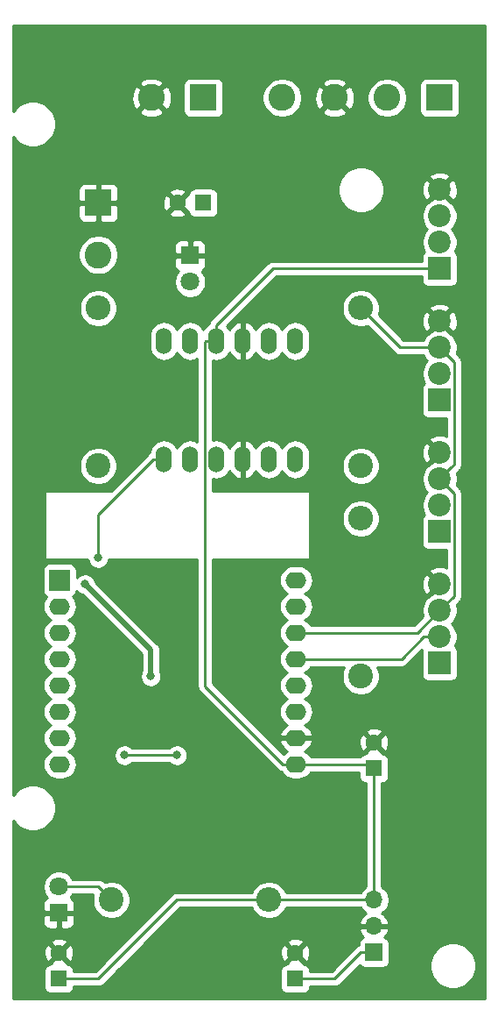
<source format=gbr>
G04 #@! TF.GenerationSoftware,KiCad,Pcbnew,(5.1.5)-3*
G04 #@! TF.CreationDate,2020-05-11T13:58:32+02:00*
G04 #@! TF.ProjectId,bioterio_v01,62696f74-6572-4696-9f5f-7630312e6b69,rev?*
G04 #@! TF.SameCoordinates,Original*
G04 #@! TF.FileFunction,Copper,L2,Bot*
G04 #@! TF.FilePolarity,Positive*
%FSLAX46Y46*%
G04 Gerber Fmt 4.6, Leading zero omitted, Abs format (unit mm)*
G04 Created by KiCad (PCBNEW (5.1.5)-3) date 2020-05-11 13:58:32*
%MOMM*%
%LPD*%
G04 APERTURE LIST*
%ADD10R,1.600000X1.600000*%
%ADD11C,1.600000*%
%ADD12R,1.800000X1.800000*%
%ADD13C,1.800000*%
%ADD14R,2.600000X2.600000*%
%ADD15C,2.600000*%
%ADD16R,2.200000X2.200000*%
%ADD17C,2.200000*%
%ADD18O,2.400000X2.400000*%
%ADD19C,2.400000*%
%ADD20R,1.700000X1.700000*%
%ADD21O,1.700000X1.700000*%
%ADD22O,1.524000X2.540000*%
%ADD23O,2.000000X1.600000*%
%ADD24R,2.000000X2.000000*%
%ADD25C,0.800000*%
%ADD26C,0.250000*%
%ADD27C,0.500000*%
%ADD28C,0.254000*%
G04 APERTURE END LIST*
D10*
X132080000Y-96520000D03*
D11*
X132080000Y-94020000D03*
X113070000Y-41910000D03*
D10*
X115570000Y-41910000D03*
D11*
X124460000Y-114340000D03*
D10*
X124460000Y-116840000D03*
X101600000Y-116840000D03*
D11*
X101600000Y-114340000D03*
D12*
X101600000Y-110490000D03*
D13*
X101600000Y-107950000D03*
X114300000Y-49530000D03*
D12*
X114300000Y-46990000D03*
D14*
X105410000Y-41910000D03*
D15*
X105410000Y-46910000D03*
D16*
X138430000Y-73660000D03*
D17*
X138430000Y-71120000D03*
X138430000Y-68580000D03*
X138430000Y-66040000D03*
X138430000Y-40640000D03*
X138430000Y-43180000D03*
X138430000Y-45720000D03*
D16*
X138430000Y-48260000D03*
D15*
X110570000Y-31750000D03*
D14*
X115570000Y-31750000D03*
X138430000Y-31750000D03*
D15*
X133350000Y-31750000D03*
X128270000Y-31750000D03*
X123190000Y-31750000D03*
D17*
X138430000Y-53340000D03*
X138430000Y-55880000D03*
X138430000Y-58420000D03*
D16*
X138430000Y-60960000D03*
X138430000Y-86360000D03*
D17*
X138430000Y-83820000D03*
X138430000Y-81280000D03*
X138430000Y-78740000D03*
D18*
X121920000Y-109220000D03*
D19*
X106680000Y-109220000D03*
X105410000Y-67310000D03*
D18*
X105410000Y-52070000D03*
D19*
X130810000Y-67310000D03*
D18*
X130810000Y-52070000D03*
X130810000Y-72390000D03*
D19*
X130810000Y-87630000D03*
D20*
X132080000Y-114300000D03*
D21*
X132080000Y-111760000D03*
X132080000Y-109220000D03*
D22*
X124460000Y-66675000D03*
X121920000Y-66675000D03*
X119380000Y-66675000D03*
X116840000Y-66675000D03*
X114300000Y-66675000D03*
X111760000Y-66675000D03*
X124460000Y-55245000D03*
X121920000Y-55245000D03*
X119380000Y-55245000D03*
X116840000Y-55245000D03*
X114300000Y-55245000D03*
X111760000Y-55245000D03*
D23*
X101675001Y-80875001D03*
D24*
X101675001Y-78335001D03*
D23*
X101675001Y-83415001D03*
X101675001Y-85955001D03*
X101675001Y-88495001D03*
X101675001Y-91035001D03*
X101675001Y-93575001D03*
X101675001Y-96115001D03*
X124535001Y-96115001D03*
X124535001Y-93575001D03*
X124535001Y-91035001D03*
X124535001Y-88495001D03*
X124535001Y-85955001D03*
X124535001Y-83415001D03*
X124535001Y-80875001D03*
X124535001Y-78335001D03*
D25*
X104140000Y-78740000D03*
X110490000Y-87630000D03*
X107950000Y-95250000D03*
X113030000Y-95250000D03*
X105410000Y-76200000D03*
D26*
X116840000Y-53725000D02*
X116840000Y-55245000D01*
X122305000Y-48260000D02*
X116840000Y-53725000D01*
X138430000Y-48260000D02*
X122305000Y-48260000D01*
X123285001Y-96115001D02*
X124535001Y-96115001D01*
X115752990Y-88582990D02*
X123285001Y-96115001D01*
X115752990Y-55320010D02*
X115752990Y-88582990D01*
X115828000Y-55245000D02*
X115752990Y-55320010D01*
X116840000Y-55245000D02*
X115828000Y-55245000D01*
X131675001Y-96115001D02*
X132080000Y-96520000D01*
X124535001Y-96115001D02*
X131675001Y-96115001D01*
X132080000Y-109220000D02*
X121920000Y-109220000D01*
X132080000Y-96520000D02*
X132080000Y-109220000D01*
X121920000Y-109220000D02*
X113030000Y-109220000D01*
X105410000Y-116840000D02*
X101600000Y-116840000D01*
X113030000Y-109220000D02*
X105410000Y-116840000D01*
X132080000Y-114300000D02*
X130810000Y-114300000D01*
X128270000Y-116840000D02*
X124460000Y-116840000D01*
X130810000Y-114300000D02*
X128270000Y-116840000D01*
D27*
X104140000Y-78740000D02*
X110490000Y-85090000D01*
X110490000Y-85090000D02*
X110490000Y-87630000D01*
D26*
X105410000Y-107950000D02*
X106680000Y-109220000D01*
X101600000Y-107950000D02*
X105410000Y-107950000D01*
X107950000Y-95250000D02*
X113030000Y-95250000D01*
X136874366Y-83820000D02*
X138430000Y-83820000D01*
X134739365Y-85955001D02*
X136874366Y-83820000D01*
X124535001Y-85955001D02*
X134739365Y-85955001D01*
X136294999Y-83415001D02*
X138430000Y-81280000D01*
X124535001Y-83415001D02*
X136294999Y-83415001D01*
X139529999Y-69679999D02*
X138430000Y-68580000D01*
X139855001Y-79854999D02*
X139855001Y-70005001D01*
X139855001Y-70005001D02*
X139529999Y-69679999D01*
X138430000Y-81280000D02*
X139855001Y-79854999D01*
X139529999Y-67480001D02*
X138430000Y-68580000D01*
X139855001Y-67154999D02*
X139529999Y-67480001D01*
X139855001Y-57305001D02*
X139855001Y-67154999D01*
X138430000Y-55880000D02*
X139855001Y-57305001D01*
X134620000Y-55880000D02*
X130810000Y-52070000D01*
X138430000Y-55880000D02*
X134620000Y-55880000D01*
X110748000Y-66675000D02*
X111760000Y-66675000D01*
X105410000Y-72013000D02*
X110748000Y-66675000D01*
X105410000Y-76200000D02*
X105410000Y-72013000D01*
D28*
G36*
X142850000Y-118720000D02*
G01*
X97180000Y-118720000D01*
X97180000Y-116040000D01*
X100161928Y-116040000D01*
X100161928Y-117640000D01*
X100174188Y-117764482D01*
X100210498Y-117884180D01*
X100269463Y-117994494D01*
X100348815Y-118091185D01*
X100445506Y-118170537D01*
X100555820Y-118229502D01*
X100675518Y-118265812D01*
X100800000Y-118278072D01*
X102400000Y-118278072D01*
X102524482Y-118265812D01*
X102644180Y-118229502D01*
X102754494Y-118170537D01*
X102851185Y-118091185D01*
X102930537Y-117994494D01*
X102989502Y-117884180D01*
X103025812Y-117764482D01*
X103038072Y-117640000D01*
X103038072Y-117600000D01*
X105372678Y-117600000D01*
X105410000Y-117603676D01*
X105447322Y-117600000D01*
X105447333Y-117600000D01*
X105558986Y-117589003D01*
X105702247Y-117545546D01*
X105834276Y-117474974D01*
X105950001Y-117380001D01*
X105973804Y-117350997D01*
X107284801Y-116040000D01*
X123021928Y-116040000D01*
X123021928Y-117640000D01*
X123034188Y-117764482D01*
X123070498Y-117884180D01*
X123129463Y-117994494D01*
X123208815Y-118091185D01*
X123305506Y-118170537D01*
X123415820Y-118229502D01*
X123535518Y-118265812D01*
X123660000Y-118278072D01*
X125260000Y-118278072D01*
X125384482Y-118265812D01*
X125504180Y-118229502D01*
X125614494Y-118170537D01*
X125711185Y-118091185D01*
X125790537Y-117994494D01*
X125849502Y-117884180D01*
X125885812Y-117764482D01*
X125898072Y-117640000D01*
X125898072Y-117600000D01*
X128232678Y-117600000D01*
X128270000Y-117603676D01*
X128307322Y-117600000D01*
X128307333Y-117600000D01*
X128418986Y-117589003D01*
X128562247Y-117545546D01*
X128694276Y-117474974D01*
X128810001Y-117380001D01*
X128833804Y-117350997D01*
X130692791Y-115492012D01*
X130699463Y-115504494D01*
X130778815Y-115601185D01*
X130875506Y-115680537D01*
X130985820Y-115739502D01*
X131105518Y-115775812D01*
X131230000Y-115788072D01*
X132930000Y-115788072D01*
X133054482Y-115775812D01*
X133174180Y-115739502D01*
X133284494Y-115680537D01*
X133381185Y-115601185D01*
X133460537Y-115504494D01*
X133519502Y-115394180D01*
X133532942Y-115349872D01*
X137465000Y-115349872D01*
X137465000Y-115790128D01*
X137550890Y-116221925D01*
X137719369Y-116628669D01*
X137963962Y-116994729D01*
X138275271Y-117306038D01*
X138641331Y-117550631D01*
X139048075Y-117719110D01*
X139479872Y-117805000D01*
X139920128Y-117805000D01*
X140351925Y-117719110D01*
X140758669Y-117550631D01*
X141124729Y-117306038D01*
X141436038Y-116994729D01*
X141680631Y-116628669D01*
X141849110Y-116221925D01*
X141935000Y-115790128D01*
X141935000Y-115349872D01*
X141849110Y-114918075D01*
X141680631Y-114511331D01*
X141436038Y-114145271D01*
X141124729Y-113833962D01*
X140758669Y-113589369D01*
X140351925Y-113420890D01*
X139920128Y-113335000D01*
X139479872Y-113335000D01*
X139048075Y-113420890D01*
X138641331Y-113589369D01*
X138275271Y-113833962D01*
X137963962Y-114145271D01*
X137719369Y-114511331D01*
X137550890Y-114918075D01*
X137465000Y-115349872D01*
X133532942Y-115349872D01*
X133555812Y-115274482D01*
X133568072Y-115150000D01*
X133568072Y-113450000D01*
X133555812Y-113325518D01*
X133519502Y-113205820D01*
X133460537Y-113095506D01*
X133381185Y-112998815D01*
X133284494Y-112919463D01*
X133174180Y-112860498D01*
X133093534Y-112836034D01*
X133177588Y-112760269D01*
X133351641Y-112526920D01*
X133476825Y-112264099D01*
X133521476Y-112116890D01*
X133400155Y-111887000D01*
X132207000Y-111887000D01*
X132207000Y-111907000D01*
X131953000Y-111907000D01*
X131953000Y-111887000D01*
X130759845Y-111887000D01*
X130638524Y-112116890D01*
X130683175Y-112264099D01*
X130808359Y-112526920D01*
X130982412Y-112760269D01*
X131066466Y-112836034D01*
X130985820Y-112860498D01*
X130875506Y-112919463D01*
X130778815Y-112998815D01*
X130699463Y-113095506D01*
X130640498Y-113205820D01*
X130604188Y-113325518D01*
X130591928Y-113450000D01*
X130591928Y-113571954D01*
X130517753Y-113594454D01*
X130385724Y-113665026D01*
X130385722Y-113665027D01*
X130385723Y-113665027D01*
X130298996Y-113736201D01*
X130298992Y-113736205D01*
X130269999Y-113759999D01*
X130246205Y-113788992D01*
X127955199Y-116080000D01*
X125898072Y-116080000D01*
X125898072Y-116040000D01*
X125885812Y-115915518D01*
X125849502Y-115795820D01*
X125790537Y-115685506D01*
X125711185Y-115588815D01*
X125614494Y-115509463D01*
X125504180Y-115450498D01*
X125384482Y-115414188D01*
X125260000Y-115401928D01*
X125252785Y-115401928D01*
X125273097Y-115332702D01*
X124460000Y-114519605D01*
X123646903Y-115332702D01*
X123667215Y-115401928D01*
X123660000Y-115401928D01*
X123535518Y-115414188D01*
X123415820Y-115450498D01*
X123305506Y-115509463D01*
X123208815Y-115588815D01*
X123129463Y-115685506D01*
X123070498Y-115795820D01*
X123034188Y-115915518D01*
X123021928Y-116040000D01*
X107284801Y-116040000D01*
X108914289Y-114410512D01*
X123019783Y-114410512D01*
X123061213Y-114690130D01*
X123156397Y-114956292D01*
X123223329Y-115081514D01*
X123467298Y-115153097D01*
X124280395Y-114340000D01*
X124639605Y-114340000D01*
X125452702Y-115153097D01*
X125696671Y-115081514D01*
X125817571Y-114826004D01*
X125886300Y-114551816D01*
X125900217Y-114269488D01*
X125858787Y-113989870D01*
X125763603Y-113723708D01*
X125696671Y-113598486D01*
X125452702Y-113526903D01*
X124639605Y-114340000D01*
X124280395Y-114340000D01*
X123467298Y-113526903D01*
X123223329Y-113598486D01*
X123102429Y-113853996D01*
X123033700Y-114128184D01*
X123019783Y-114410512D01*
X108914289Y-114410512D01*
X109977503Y-113347298D01*
X123646903Y-113347298D01*
X124460000Y-114160395D01*
X125273097Y-113347298D01*
X125201514Y-113103329D01*
X124946004Y-112982429D01*
X124671816Y-112913700D01*
X124389488Y-112899783D01*
X124109870Y-112941213D01*
X123843708Y-113036397D01*
X123718486Y-113103329D01*
X123646903Y-113347298D01*
X109977503Y-113347298D01*
X113344802Y-109980000D01*
X120248612Y-109980000D01*
X120293844Y-110089199D01*
X120494662Y-110389744D01*
X120750256Y-110645338D01*
X121050801Y-110846156D01*
X121384750Y-110984482D01*
X121739268Y-111055000D01*
X122100732Y-111055000D01*
X122455250Y-110984482D01*
X122789199Y-110846156D01*
X123089744Y-110645338D01*
X123345338Y-110389744D01*
X123546156Y-110089199D01*
X123591388Y-109980000D01*
X130801822Y-109980000D01*
X130926525Y-110166632D01*
X131133368Y-110373475D01*
X131315534Y-110495195D01*
X131198645Y-110564822D01*
X130982412Y-110759731D01*
X130808359Y-110993080D01*
X130683175Y-111255901D01*
X130638524Y-111403110D01*
X130759845Y-111633000D01*
X131953000Y-111633000D01*
X131953000Y-111613000D01*
X132207000Y-111613000D01*
X132207000Y-111633000D01*
X133400155Y-111633000D01*
X133521476Y-111403110D01*
X133476825Y-111255901D01*
X133351641Y-110993080D01*
X133177588Y-110759731D01*
X132961355Y-110564822D01*
X132844466Y-110495195D01*
X133026632Y-110373475D01*
X133233475Y-110166632D01*
X133395990Y-109923411D01*
X133507932Y-109653158D01*
X133565000Y-109366260D01*
X133565000Y-109073740D01*
X133507932Y-108786842D01*
X133395990Y-108516589D01*
X133233475Y-108273368D01*
X133026632Y-108066525D01*
X132840000Y-107941822D01*
X132840000Y-97958072D01*
X132880000Y-97958072D01*
X133004482Y-97945812D01*
X133124180Y-97909502D01*
X133234494Y-97850537D01*
X133331185Y-97771185D01*
X133410537Y-97674494D01*
X133469502Y-97564180D01*
X133505812Y-97444482D01*
X133518072Y-97320000D01*
X133518072Y-95720000D01*
X133505812Y-95595518D01*
X133469502Y-95475820D01*
X133410537Y-95365506D01*
X133331185Y-95268815D01*
X133234494Y-95189463D01*
X133124180Y-95130498D01*
X133004482Y-95094188D01*
X132880000Y-95081928D01*
X132872785Y-95081928D01*
X132893097Y-95012702D01*
X132080000Y-94199605D01*
X131266903Y-95012702D01*
X131287215Y-95081928D01*
X131280000Y-95081928D01*
X131155518Y-95094188D01*
X131035820Y-95130498D01*
X130925506Y-95189463D01*
X130828815Y-95268815D01*
X130758084Y-95355001D01*
X125955902Y-95355001D01*
X125933933Y-95313900D01*
X125754609Y-95095393D01*
X125536102Y-94916069D01*
X125406656Y-94846879D01*
X125424228Y-94839431D01*
X125657663Y-94680674D01*
X125855640Y-94479426D01*
X126010552Y-94243422D01*
X126072426Y-94090512D01*
X130639783Y-94090512D01*
X130681213Y-94370130D01*
X130776397Y-94636292D01*
X130843329Y-94761514D01*
X131087298Y-94833097D01*
X131900395Y-94020000D01*
X132259605Y-94020000D01*
X133072702Y-94833097D01*
X133316671Y-94761514D01*
X133437571Y-94506004D01*
X133506300Y-94231816D01*
X133520217Y-93949488D01*
X133478787Y-93669870D01*
X133383603Y-93403708D01*
X133316671Y-93278486D01*
X133072702Y-93206903D01*
X132259605Y-94020000D01*
X131900395Y-94020000D01*
X131087298Y-93206903D01*
X130843329Y-93278486D01*
X130722429Y-93533996D01*
X130653700Y-93808184D01*
X130639783Y-94090512D01*
X126072426Y-94090512D01*
X126116445Y-93981731D01*
X126126905Y-93924040D01*
X126004916Y-93702001D01*
X124662001Y-93702001D01*
X124662001Y-93722001D01*
X124408001Y-93722001D01*
X124408001Y-93702001D01*
X123065086Y-93702001D01*
X122943097Y-93924040D01*
X122953557Y-93981731D01*
X123059450Y-94243422D01*
X123214362Y-94479426D01*
X123412339Y-94680674D01*
X123645774Y-94839431D01*
X123663346Y-94846879D01*
X123533900Y-94916069D01*
X123329015Y-95084213D01*
X116512990Y-88268189D01*
X116512990Y-78335001D01*
X122893058Y-78335001D01*
X122920765Y-78616310D01*
X123002819Y-78886809D01*
X123136069Y-79136102D01*
X123315393Y-79354609D01*
X123533900Y-79533933D01*
X123666859Y-79605001D01*
X123533900Y-79676069D01*
X123315393Y-79855393D01*
X123136069Y-80073900D01*
X123002819Y-80323193D01*
X122920765Y-80593692D01*
X122893058Y-80875001D01*
X122920765Y-81156310D01*
X123002819Y-81426809D01*
X123136069Y-81676102D01*
X123315393Y-81894609D01*
X123533900Y-82073933D01*
X123666859Y-82145001D01*
X123533900Y-82216069D01*
X123315393Y-82395393D01*
X123136069Y-82613900D01*
X123002819Y-82863193D01*
X122920765Y-83133692D01*
X122893058Y-83415001D01*
X122920765Y-83696310D01*
X123002819Y-83966809D01*
X123136069Y-84216102D01*
X123315393Y-84434609D01*
X123533900Y-84613933D01*
X123666859Y-84685001D01*
X123533900Y-84756069D01*
X123315393Y-84935393D01*
X123136069Y-85153900D01*
X123002819Y-85403193D01*
X122920765Y-85673692D01*
X122893058Y-85955001D01*
X122920765Y-86236310D01*
X123002819Y-86506809D01*
X123136069Y-86756102D01*
X123315393Y-86974609D01*
X123533900Y-87153933D01*
X123666859Y-87225001D01*
X123533900Y-87296069D01*
X123315393Y-87475393D01*
X123136069Y-87693900D01*
X123002819Y-87943193D01*
X122920765Y-88213692D01*
X122893058Y-88495001D01*
X122920765Y-88776310D01*
X123002819Y-89046809D01*
X123136069Y-89296102D01*
X123315393Y-89514609D01*
X123533900Y-89693933D01*
X123666859Y-89765001D01*
X123533900Y-89836069D01*
X123315393Y-90015393D01*
X123136069Y-90233900D01*
X123002819Y-90483193D01*
X122920765Y-90753692D01*
X122893058Y-91035001D01*
X122920765Y-91316310D01*
X123002819Y-91586809D01*
X123136069Y-91836102D01*
X123315393Y-92054609D01*
X123533900Y-92233933D01*
X123663346Y-92303123D01*
X123645774Y-92310571D01*
X123412339Y-92469328D01*
X123214362Y-92670576D01*
X123059450Y-92906580D01*
X122953557Y-93168271D01*
X122943097Y-93225962D01*
X123065086Y-93448001D01*
X124408001Y-93448001D01*
X124408001Y-93428001D01*
X124662001Y-93428001D01*
X124662001Y-93448001D01*
X126004916Y-93448001D01*
X126126905Y-93225962D01*
X126116445Y-93168271D01*
X126059401Y-93027298D01*
X131266903Y-93027298D01*
X132080000Y-93840395D01*
X132893097Y-93027298D01*
X132821514Y-92783329D01*
X132566004Y-92662429D01*
X132291816Y-92593700D01*
X132009488Y-92579783D01*
X131729870Y-92621213D01*
X131463708Y-92716397D01*
X131338486Y-92783329D01*
X131266903Y-93027298D01*
X126059401Y-93027298D01*
X126010552Y-92906580D01*
X125855640Y-92670576D01*
X125657663Y-92469328D01*
X125424228Y-92310571D01*
X125406656Y-92303123D01*
X125536102Y-92233933D01*
X125754609Y-92054609D01*
X125933933Y-91836102D01*
X126067183Y-91586809D01*
X126149237Y-91316310D01*
X126176944Y-91035001D01*
X126149237Y-90753692D01*
X126067183Y-90483193D01*
X125933933Y-90233900D01*
X125754609Y-90015393D01*
X125536102Y-89836069D01*
X125403143Y-89765001D01*
X125536102Y-89693933D01*
X125754609Y-89514609D01*
X125933933Y-89296102D01*
X126067183Y-89046809D01*
X126149237Y-88776310D01*
X126176944Y-88495001D01*
X126149237Y-88213692D01*
X126067183Y-87943193D01*
X125933933Y-87693900D01*
X125754609Y-87475393D01*
X125536102Y-87296069D01*
X125403143Y-87225001D01*
X125536102Y-87153933D01*
X125754609Y-86974609D01*
X125933933Y-86756102D01*
X125955902Y-86715001D01*
X129214447Y-86715001D01*
X129183844Y-86760801D01*
X129045518Y-87094750D01*
X128975000Y-87449268D01*
X128975000Y-87810732D01*
X129045518Y-88165250D01*
X129183844Y-88499199D01*
X129384662Y-88799744D01*
X129640256Y-89055338D01*
X129940801Y-89256156D01*
X130274750Y-89394482D01*
X130629268Y-89465000D01*
X130990732Y-89465000D01*
X131345250Y-89394482D01*
X131679199Y-89256156D01*
X131979744Y-89055338D01*
X132235338Y-88799744D01*
X132436156Y-88499199D01*
X132574482Y-88165250D01*
X132645000Y-87810732D01*
X132645000Y-87449268D01*
X132574482Y-87094750D01*
X132436156Y-86760801D01*
X132405553Y-86715001D01*
X134702043Y-86715001D01*
X134739365Y-86718677D01*
X134776687Y-86715001D01*
X134776698Y-86715001D01*
X134888351Y-86704004D01*
X135031612Y-86660547D01*
X135163641Y-86589975D01*
X135279366Y-86495002D01*
X135303169Y-86465998D01*
X136734903Y-85034265D01*
X136704188Y-85135518D01*
X136691928Y-85260000D01*
X136691928Y-87460000D01*
X136704188Y-87584482D01*
X136740498Y-87704180D01*
X136799463Y-87814494D01*
X136878815Y-87911185D01*
X136975506Y-87990537D01*
X137085820Y-88049502D01*
X137205518Y-88085812D01*
X137330000Y-88098072D01*
X139530000Y-88098072D01*
X139654482Y-88085812D01*
X139774180Y-88049502D01*
X139884494Y-87990537D01*
X139981185Y-87911185D01*
X140060537Y-87814494D01*
X140119502Y-87704180D01*
X140155812Y-87584482D01*
X140168072Y-87460000D01*
X140168072Y-85260000D01*
X140155812Y-85135518D01*
X140119502Y-85015820D01*
X140060537Y-84905506D01*
X139981185Y-84808815D01*
X139900310Y-84742443D01*
X139967537Y-84641831D01*
X140098325Y-84326081D01*
X140165000Y-83990883D01*
X140165000Y-83649117D01*
X140098325Y-83313919D01*
X139967537Y-82998169D01*
X139777663Y-82714002D01*
X139613661Y-82550000D01*
X139777663Y-82385998D01*
X139967537Y-82101831D01*
X140098325Y-81786081D01*
X140165000Y-81450883D01*
X140165000Y-81109117D01*
X140098325Y-80773919D01*
X140072714Y-80712088D01*
X140366005Y-80418797D01*
X140395002Y-80395000D01*
X140489975Y-80279275D01*
X140560547Y-80147246D01*
X140604004Y-80003985D01*
X140615001Y-79892332D01*
X140615001Y-79892324D01*
X140618677Y-79854999D01*
X140615001Y-79817674D01*
X140615001Y-70042323D01*
X140618677Y-70005000D01*
X140615001Y-69967677D01*
X140615001Y-69967668D01*
X140604004Y-69856015D01*
X140560547Y-69712754D01*
X140489975Y-69580725D01*
X140395002Y-69465000D01*
X140365998Y-69441197D01*
X140093803Y-69169002D01*
X140093798Y-69168996D01*
X140072714Y-69147912D01*
X140098325Y-69086081D01*
X140165000Y-68750883D01*
X140165000Y-68409117D01*
X140098325Y-68073919D01*
X140072714Y-68012088D01*
X140093798Y-67991004D01*
X140093803Y-67990998D01*
X140365998Y-67718803D01*
X140395002Y-67695000D01*
X140489975Y-67579275D01*
X140560547Y-67447246D01*
X140604004Y-67303985D01*
X140615001Y-67192332D01*
X140615001Y-67192323D01*
X140618677Y-67155000D01*
X140615001Y-67117677D01*
X140615001Y-57342326D01*
X140618677Y-57305001D01*
X140615001Y-57267676D01*
X140615001Y-57267668D01*
X140604004Y-57156015D01*
X140560547Y-57012754D01*
X140489975Y-56880725D01*
X140395002Y-56765000D01*
X140366005Y-56741203D01*
X140072714Y-56447912D01*
X140098325Y-56386081D01*
X140165000Y-56050883D01*
X140165000Y-55709117D01*
X140098325Y-55373919D01*
X139967537Y-55058169D01*
X139777663Y-54774002D01*
X139535998Y-54532337D01*
X139254926Y-54344531D01*
X138430000Y-53519605D01*
X137605074Y-54344531D01*
X137324002Y-54532337D01*
X137082337Y-54774002D01*
X136892463Y-55058169D01*
X136866852Y-55120000D01*
X134934802Y-55120000D01*
X133213441Y-53398639D01*
X136687591Y-53398639D01*
X136732511Y-53737439D01*
X136842664Y-54060966D01*
X136948662Y-54259274D01*
X137223288Y-54367107D01*
X138250395Y-53340000D01*
X138609605Y-53340000D01*
X139636712Y-54367107D01*
X139911338Y-54259274D01*
X140062216Y-53952616D01*
X140150369Y-53622415D01*
X140172409Y-53281361D01*
X140127489Y-52942561D01*
X140017336Y-52619034D01*
X139911338Y-52420726D01*
X139636712Y-52312893D01*
X138609605Y-53340000D01*
X138250395Y-53340000D01*
X137223288Y-52312893D01*
X136948662Y-52420726D01*
X136797784Y-52727384D01*
X136709631Y-53057585D01*
X136687591Y-53398639D01*
X133213441Y-53398639D01*
X132529250Y-52714449D01*
X132574482Y-52605250D01*
X132645000Y-52250732D01*
X132645000Y-52133288D01*
X137402893Y-52133288D01*
X138430000Y-53160395D01*
X139457107Y-52133288D01*
X139349274Y-51858662D01*
X139042616Y-51707784D01*
X138712415Y-51619631D01*
X138371361Y-51597591D01*
X138032561Y-51642511D01*
X137709034Y-51752664D01*
X137510726Y-51858662D01*
X137402893Y-52133288D01*
X132645000Y-52133288D01*
X132645000Y-51889268D01*
X132574482Y-51534750D01*
X132436156Y-51200801D01*
X132235338Y-50900256D01*
X131979744Y-50644662D01*
X131679199Y-50443844D01*
X131345250Y-50305518D01*
X130990732Y-50235000D01*
X130629268Y-50235000D01*
X130274750Y-50305518D01*
X129940801Y-50443844D01*
X129640256Y-50644662D01*
X129384662Y-50900256D01*
X129183844Y-51200801D01*
X129045518Y-51534750D01*
X128975000Y-51889268D01*
X128975000Y-52250732D01*
X129045518Y-52605250D01*
X129183844Y-52939199D01*
X129384662Y-53239744D01*
X129640256Y-53495338D01*
X129940801Y-53696156D01*
X130274750Y-53834482D01*
X130629268Y-53905000D01*
X130990732Y-53905000D01*
X131345250Y-53834482D01*
X131454449Y-53789250D01*
X134056200Y-56391002D01*
X134079999Y-56420001D01*
X134195724Y-56514974D01*
X134327753Y-56585546D01*
X134471014Y-56629003D01*
X134582667Y-56640000D01*
X134582675Y-56640000D01*
X134620000Y-56643676D01*
X134657325Y-56640000D01*
X136866852Y-56640000D01*
X136892463Y-56701831D01*
X137082337Y-56985998D01*
X137246339Y-57150000D01*
X137082337Y-57314002D01*
X136892463Y-57598169D01*
X136761675Y-57913919D01*
X136695000Y-58249117D01*
X136695000Y-58590883D01*
X136761675Y-58926081D01*
X136892463Y-59241831D01*
X136959690Y-59342443D01*
X136878815Y-59408815D01*
X136799463Y-59505506D01*
X136740498Y-59615820D01*
X136704188Y-59735518D01*
X136691928Y-59860000D01*
X136691928Y-62060000D01*
X136704188Y-62184482D01*
X136740498Y-62304180D01*
X136799463Y-62414494D01*
X136878815Y-62511185D01*
X136975506Y-62590537D01*
X137085820Y-62649502D01*
X137205518Y-62685812D01*
X137330000Y-62698072D01*
X139095002Y-62698072D01*
X139095002Y-64433558D01*
X139042616Y-64407784D01*
X138712415Y-64319631D01*
X138371361Y-64297591D01*
X138032561Y-64342511D01*
X137709034Y-64452664D01*
X137510726Y-64558662D01*
X137402893Y-64833288D01*
X138430000Y-65860395D01*
X138444143Y-65846253D01*
X138623748Y-66025858D01*
X138609605Y-66040000D01*
X138623748Y-66054143D01*
X138444143Y-66233748D01*
X138430000Y-66219605D01*
X137605074Y-67044531D01*
X137324002Y-67232337D01*
X137082337Y-67474002D01*
X136892463Y-67758169D01*
X136761675Y-68073919D01*
X136695000Y-68409117D01*
X136695000Y-68750883D01*
X136761675Y-69086081D01*
X136892463Y-69401831D01*
X137082337Y-69685998D01*
X137246339Y-69850000D01*
X137082337Y-70014002D01*
X136892463Y-70298169D01*
X136761675Y-70613919D01*
X136695000Y-70949117D01*
X136695000Y-71290883D01*
X136761675Y-71626081D01*
X136892463Y-71941831D01*
X136959690Y-72042443D01*
X136878815Y-72108815D01*
X136799463Y-72205506D01*
X136740498Y-72315820D01*
X136704188Y-72435518D01*
X136691928Y-72560000D01*
X136691928Y-74760000D01*
X136704188Y-74884482D01*
X136740498Y-75004180D01*
X136799463Y-75114494D01*
X136878815Y-75211185D01*
X136975506Y-75290537D01*
X137085820Y-75349502D01*
X137205518Y-75385812D01*
X137330000Y-75398072D01*
X139095001Y-75398072D01*
X139095001Y-77133558D01*
X139042616Y-77107784D01*
X138712415Y-77019631D01*
X138371361Y-76997591D01*
X138032561Y-77042511D01*
X137709034Y-77152664D01*
X137510726Y-77258662D01*
X137402893Y-77533288D01*
X138430000Y-78560395D01*
X138444143Y-78546253D01*
X138623748Y-78725858D01*
X138609605Y-78740000D01*
X138623748Y-78754143D01*
X138444143Y-78933748D01*
X138430000Y-78919605D01*
X137605074Y-79744531D01*
X137324002Y-79932337D01*
X137082337Y-80174002D01*
X136892463Y-80458169D01*
X136761675Y-80773919D01*
X136695000Y-81109117D01*
X136695000Y-81450883D01*
X136761675Y-81786081D01*
X136787286Y-81847912D01*
X135980198Y-82655001D01*
X125955902Y-82655001D01*
X125933933Y-82613900D01*
X125754609Y-82395393D01*
X125536102Y-82216069D01*
X125403143Y-82145001D01*
X125536102Y-82073933D01*
X125754609Y-81894609D01*
X125933933Y-81676102D01*
X126067183Y-81426809D01*
X126149237Y-81156310D01*
X126176944Y-80875001D01*
X126149237Y-80593692D01*
X126067183Y-80323193D01*
X125933933Y-80073900D01*
X125754609Y-79855393D01*
X125536102Y-79676069D01*
X125403143Y-79605001D01*
X125536102Y-79533933D01*
X125754609Y-79354609D01*
X125933933Y-79136102D01*
X126067183Y-78886809D01*
X126093928Y-78798639D01*
X136687591Y-78798639D01*
X136732511Y-79137439D01*
X136842664Y-79460966D01*
X136948662Y-79659274D01*
X137223288Y-79767107D01*
X138250395Y-78740000D01*
X137223288Y-77712893D01*
X136948662Y-77820726D01*
X136797784Y-78127384D01*
X136709631Y-78457585D01*
X136687591Y-78798639D01*
X126093928Y-78798639D01*
X126149237Y-78616310D01*
X126176944Y-78335001D01*
X126149237Y-78053692D01*
X126067183Y-77783193D01*
X125933933Y-77533900D01*
X125754609Y-77315393D01*
X125536102Y-77136069D01*
X125286809Y-77002819D01*
X125016310Y-76920765D01*
X124805493Y-76900001D01*
X124264509Y-76900001D01*
X124053692Y-76920765D01*
X123783193Y-77002819D01*
X123533900Y-77136069D01*
X123315393Y-77315393D01*
X123136069Y-77533900D01*
X123002819Y-77783193D01*
X122920765Y-78053692D01*
X122893058Y-78335001D01*
X116512990Y-78335001D01*
X116512990Y-76327000D01*
X125730000Y-76327000D01*
X125754776Y-76324560D01*
X125778601Y-76317333D01*
X125800557Y-76305597D01*
X125819803Y-76289803D01*
X125835597Y-76270557D01*
X125847333Y-76248601D01*
X125854560Y-76224776D01*
X125857000Y-76200000D01*
X125857000Y-72209268D01*
X128975000Y-72209268D01*
X128975000Y-72570732D01*
X129045518Y-72925250D01*
X129183844Y-73259199D01*
X129384662Y-73559744D01*
X129640256Y-73815338D01*
X129940801Y-74016156D01*
X130274750Y-74154482D01*
X130629268Y-74225000D01*
X130990732Y-74225000D01*
X131345250Y-74154482D01*
X131679199Y-74016156D01*
X131979744Y-73815338D01*
X132235338Y-73559744D01*
X132436156Y-73259199D01*
X132574482Y-72925250D01*
X132645000Y-72570732D01*
X132645000Y-72209268D01*
X132574482Y-71854750D01*
X132436156Y-71520801D01*
X132235338Y-71220256D01*
X131979744Y-70964662D01*
X131679199Y-70763844D01*
X131345250Y-70625518D01*
X130990732Y-70555000D01*
X130629268Y-70555000D01*
X130274750Y-70625518D01*
X129940801Y-70763844D01*
X129640256Y-70964662D01*
X129384662Y-71220256D01*
X129183844Y-71520801D01*
X129045518Y-71854750D01*
X128975000Y-72209268D01*
X125857000Y-72209268D01*
X125857000Y-69850000D01*
X125854560Y-69825224D01*
X125847333Y-69801399D01*
X125835597Y-69779443D01*
X125819803Y-69760197D01*
X125800557Y-69744403D01*
X125778601Y-69732667D01*
X125754776Y-69725440D01*
X125730000Y-69723000D01*
X116512990Y-69723000D01*
X116512990Y-68543663D01*
X116566141Y-68559786D01*
X116840000Y-68586759D01*
X117113860Y-68559786D01*
X117377195Y-68479904D01*
X117619887Y-68350183D01*
X117832608Y-68175608D01*
X118007183Y-67962887D01*
X118111038Y-67768587D01*
X118137941Y-67834942D01*
X118288994Y-68064729D01*
X118481974Y-68260632D01*
X118709465Y-68415122D01*
X118962724Y-68522262D01*
X119036930Y-68537220D01*
X119253000Y-68414720D01*
X119253000Y-66802000D01*
X119233000Y-66802000D01*
X119233000Y-66548000D01*
X119253000Y-66548000D01*
X119253000Y-64935280D01*
X119507000Y-64935280D01*
X119507000Y-66548000D01*
X119527000Y-66548000D01*
X119527000Y-66802000D01*
X119507000Y-66802000D01*
X119507000Y-68414720D01*
X119723070Y-68537220D01*
X119797276Y-68522262D01*
X120050535Y-68415122D01*
X120278026Y-68260632D01*
X120471006Y-68064729D01*
X120622059Y-67834942D01*
X120648962Y-67768587D01*
X120752817Y-67962887D01*
X120927393Y-68175608D01*
X121140114Y-68350183D01*
X121382806Y-68479904D01*
X121646141Y-68559786D01*
X121920000Y-68586759D01*
X122193860Y-68559786D01*
X122457195Y-68479904D01*
X122699887Y-68350183D01*
X122912608Y-68175608D01*
X123087183Y-67962887D01*
X123190000Y-67770529D01*
X123292817Y-67962887D01*
X123467393Y-68175608D01*
X123680114Y-68350183D01*
X123922806Y-68479904D01*
X124186141Y-68559786D01*
X124460000Y-68586759D01*
X124733860Y-68559786D01*
X124997195Y-68479904D01*
X125239887Y-68350183D01*
X125452608Y-68175608D01*
X125627183Y-67962887D01*
X125756904Y-67720195D01*
X125836786Y-67456860D01*
X125857000Y-67251625D01*
X125857000Y-67129268D01*
X128975000Y-67129268D01*
X128975000Y-67490732D01*
X129045518Y-67845250D01*
X129183844Y-68179199D01*
X129384662Y-68479744D01*
X129640256Y-68735338D01*
X129940801Y-68936156D01*
X130274750Y-69074482D01*
X130629268Y-69145000D01*
X130990732Y-69145000D01*
X131345250Y-69074482D01*
X131679199Y-68936156D01*
X131979744Y-68735338D01*
X132235338Y-68479744D01*
X132436156Y-68179199D01*
X132574482Y-67845250D01*
X132645000Y-67490732D01*
X132645000Y-67129268D01*
X132574482Y-66774750D01*
X132436156Y-66440801D01*
X132235338Y-66140256D01*
X132193721Y-66098639D01*
X136687591Y-66098639D01*
X136732511Y-66437439D01*
X136842664Y-66760966D01*
X136948662Y-66959274D01*
X137223288Y-67067107D01*
X138250395Y-66040000D01*
X137223288Y-65012893D01*
X136948662Y-65120726D01*
X136797784Y-65427384D01*
X136709631Y-65757585D01*
X136687591Y-66098639D01*
X132193721Y-66098639D01*
X131979744Y-65884662D01*
X131679199Y-65683844D01*
X131345250Y-65545518D01*
X130990732Y-65475000D01*
X130629268Y-65475000D01*
X130274750Y-65545518D01*
X129940801Y-65683844D01*
X129640256Y-65884662D01*
X129384662Y-66140256D01*
X129183844Y-66440801D01*
X129045518Y-66774750D01*
X128975000Y-67129268D01*
X125857000Y-67129268D01*
X125857000Y-66098375D01*
X125836786Y-65893140D01*
X125756904Y-65629805D01*
X125627183Y-65387113D01*
X125452607Y-65174392D01*
X125239886Y-64999817D01*
X124997194Y-64870096D01*
X124733859Y-64790214D01*
X124460000Y-64763241D01*
X124186140Y-64790214D01*
X123922805Y-64870096D01*
X123680113Y-64999817D01*
X123467392Y-65174393D01*
X123292817Y-65387114D01*
X123190000Y-65579471D01*
X123087183Y-65387113D01*
X122912607Y-65174392D01*
X122699886Y-64999817D01*
X122457194Y-64870096D01*
X122193859Y-64790214D01*
X121920000Y-64763241D01*
X121646140Y-64790214D01*
X121382805Y-64870096D01*
X121140113Y-64999817D01*
X120927392Y-65174393D01*
X120752817Y-65387114D01*
X120648962Y-65581414D01*
X120622059Y-65515058D01*
X120471006Y-65285271D01*
X120278026Y-65089368D01*
X120050535Y-64934878D01*
X119797276Y-64827738D01*
X119723070Y-64812780D01*
X119507000Y-64935280D01*
X119253000Y-64935280D01*
X119036930Y-64812780D01*
X118962724Y-64827738D01*
X118709465Y-64934878D01*
X118481974Y-65089368D01*
X118288994Y-65285271D01*
X118137941Y-65515058D01*
X118111038Y-65581413D01*
X118007183Y-65387113D01*
X117832607Y-65174392D01*
X117619886Y-64999817D01*
X117377194Y-64870096D01*
X117113859Y-64790214D01*
X116840000Y-64763241D01*
X116566140Y-64790214D01*
X116512990Y-64806337D01*
X116512990Y-57113663D01*
X116566141Y-57129786D01*
X116840000Y-57156759D01*
X117113860Y-57129786D01*
X117377195Y-57049904D01*
X117619887Y-56920183D01*
X117832608Y-56745608D01*
X118007183Y-56532887D01*
X118111038Y-56338587D01*
X118137941Y-56404942D01*
X118288994Y-56634729D01*
X118481974Y-56830632D01*
X118709465Y-56985122D01*
X118962724Y-57092262D01*
X119036930Y-57107220D01*
X119253000Y-56984720D01*
X119253000Y-55372000D01*
X119233000Y-55372000D01*
X119233000Y-55118000D01*
X119253000Y-55118000D01*
X119253000Y-53505280D01*
X119507000Y-53505280D01*
X119507000Y-55118000D01*
X119527000Y-55118000D01*
X119527000Y-55372000D01*
X119507000Y-55372000D01*
X119507000Y-56984720D01*
X119723070Y-57107220D01*
X119797276Y-57092262D01*
X120050535Y-56985122D01*
X120278026Y-56830632D01*
X120471006Y-56634729D01*
X120622059Y-56404942D01*
X120648962Y-56338587D01*
X120752817Y-56532887D01*
X120927393Y-56745608D01*
X121140114Y-56920183D01*
X121382806Y-57049904D01*
X121646141Y-57129786D01*
X121920000Y-57156759D01*
X122193860Y-57129786D01*
X122457195Y-57049904D01*
X122699887Y-56920183D01*
X122912608Y-56745608D01*
X123087183Y-56532887D01*
X123190000Y-56340529D01*
X123292817Y-56532887D01*
X123467393Y-56745608D01*
X123680114Y-56920183D01*
X123922806Y-57049904D01*
X124186141Y-57129786D01*
X124460000Y-57156759D01*
X124733860Y-57129786D01*
X124997195Y-57049904D01*
X125239887Y-56920183D01*
X125452608Y-56745608D01*
X125627183Y-56532887D01*
X125756904Y-56290195D01*
X125836786Y-56026860D01*
X125857000Y-55821625D01*
X125857000Y-54668375D01*
X125836786Y-54463140D01*
X125756904Y-54199805D01*
X125627183Y-53957113D01*
X125452607Y-53744392D01*
X125239886Y-53569817D01*
X124997194Y-53440096D01*
X124733859Y-53360214D01*
X124460000Y-53333241D01*
X124186140Y-53360214D01*
X123922805Y-53440096D01*
X123680113Y-53569817D01*
X123467392Y-53744393D01*
X123292817Y-53957114D01*
X123190000Y-54149471D01*
X123087183Y-53957113D01*
X122912607Y-53744392D01*
X122699886Y-53569817D01*
X122457194Y-53440096D01*
X122193859Y-53360214D01*
X121920000Y-53333241D01*
X121646140Y-53360214D01*
X121382805Y-53440096D01*
X121140113Y-53569817D01*
X120927392Y-53744393D01*
X120752817Y-53957114D01*
X120648962Y-54151414D01*
X120622059Y-54085058D01*
X120471006Y-53855271D01*
X120278026Y-53659368D01*
X120050535Y-53504878D01*
X119797276Y-53397738D01*
X119723070Y-53382780D01*
X119507000Y-53505280D01*
X119253000Y-53505280D01*
X119036930Y-53382780D01*
X118962724Y-53397738D01*
X118709465Y-53504878D01*
X118481974Y-53659368D01*
X118288994Y-53855271D01*
X118137941Y-54085058D01*
X118111038Y-54151413D01*
X118007183Y-53957113D01*
X117860915Y-53778886D01*
X122619802Y-49020000D01*
X136691928Y-49020000D01*
X136691928Y-49360000D01*
X136704188Y-49484482D01*
X136740498Y-49604180D01*
X136799463Y-49714494D01*
X136878815Y-49811185D01*
X136975506Y-49890537D01*
X137085820Y-49949502D01*
X137205518Y-49985812D01*
X137330000Y-49998072D01*
X139530000Y-49998072D01*
X139654482Y-49985812D01*
X139774180Y-49949502D01*
X139884494Y-49890537D01*
X139981185Y-49811185D01*
X140060537Y-49714494D01*
X140119502Y-49604180D01*
X140155812Y-49484482D01*
X140168072Y-49360000D01*
X140168072Y-47160000D01*
X140155812Y-47035518D01*
X140119502Y-46915820D01*
X140060537Y-46805506D01*
X139981185Y-46708815D01*
X139900310Y-46642443D01*
X139967537Y-46541831D01*
X140098325Y-46226081D01*
X140165000Y-45890883D01*
X140165000Y-45549117D01*
X140098325Y-45213919D01*
X139967537Y-44898169D01*
X139777663Y-44614002D01*
X139613661Y-44450000D01*
X139777663Y-44285998D01*
X139967537Y-44001831D01*
X140098325Y-43686081D01*
X140165000Y-43350883D01*
X140165000Y-43009117D01*
X140098325Y-42673919D01*
X139967537Y-42358169D01*
X139777663Y-42074002D01*
X139535998Y-41832337D01*
X139254926Y-41644531D01*
X138430000Y-40819605D01*
X137605074Y-41644531D01*
X137324002Y-41832337D01*
X137082337Y-42074002D01*
X136892463Y-42358169D01*
X136761675Y-42673919D01*
X136695000Y-43009117D01*
X136695000Y-43350883D01*
X136761675Y-43686081D01*
X136892463Y-44001831D01*
X137082337Y-44285998D01*
X137246339Y-44450000D01*
X137082337Y-44614002D01*
X136892463Y-44898169D01*
X136761675Y-45213919D01*
X136695000Y-45549117D01*
X136695000Y-45890883D01*
X136761675Y-46226081D01*
X136892463Y-46541831D01*
X136959690Y-46642443D01*
X136878815Y-46708815D01*
X136799463Y-46805506D01*
X136740498Y-46915820D01*
X136704188Y-47035518D01*
X136691928Y-47160000D01*
X136691928Y-47500000D01*
X122342322Y-47500000D01*
X122304999Y-47496324D01*
X122267676Y-47500000D01*
X122267667Y-47500000D01*
X122156014Y-47510997D01*
X122012753Y-47554454D01*
X121880723Y-47625026D01*
X121797083Y-47693668D01*
X121764999Y-47719999D01*
X121741201Y-47748997D01*
X116329003Y-53161196D01*
X116299999Y-53184999D01*
X116244871Y-53252174D01*
X116205026Y-53300724D01*
X116173228Y-53360214D01*
X116134454Y-53432754D01*
X116099217Y-53548915D01*
X116060113Y-53569817D01*
X115847392Y-53744393D01*
X115672817Y-53957114D01*
X115570000Y-54149471D01*
X115467183Y-53957113D01*
X115292607Y-53744392D01*
X115079886Y-53569817D01*
X114837194Y-53440096D01*
X114573859Y-53360214D01*
X114300000Y-53333241D01*
X114026140Y-53360214D01*
X113762805Y-53440096D01*
X113520113Y-53569817D01*
X113307392Y-53744393D01*
X113132817Y-53957114D01*
X113030000Y-54149471D01*
X112927183Y-53957113D01*
X112752607Y-53744392D01*
X112539886Y-53569817D01*
X112297194Y-53440096D01*
X112033859Y-53360214D01*
X111760000Y-53333241D01*
X111486140Y-53360214D01*
X111222805Y-53440096D01*
X110980113Y-53569817D01*
X110767392Y-53744393D01*
X110592817Y-53957114D01*
X110463096Y-54199806D01*
X110383214Y-54463141D01*
X110363000Y-54668376D01*
X110363000Y-55821625D01*
X110383214Y-56026860D01*
X110463096Y-56290195D01*
X110592817Y-56532887D01*
X110767393Y-56745608D01*
X110980114Y-56920183D01*
X111222806Y-57049904D01*
X111486141Y-57129786D01*
X111760000Y-57156759D01*
X112033860Y-57129786D01*
X112297195Y-57049904D01*
X112539887Y-56920183D01*
X112752608Y-56745608D01*
X112927183Y-56532887D01*
X113030000Y-56340529D01*
X113132817Y-56532887D01*
X113307393Y-56745608D01*
X113520114Y-56920183D01*
X113762806Y-57049904D01*
X114026141Y-57129786D01*
X114300000Y-57156759D01*
X114573860Y-57129786D01*
X114837195Y-57049904D01*
X114992990Y-56966630D01*
X114992990Y-64953370D01*
X114837194Y-64870096D01*
X114573859Y-64790214D01*
X114300000Y-64763241D01*
X114026140Y-64790214D01*
X113762805Y-64870096D01*
X113520113Y-64999817D01*
X113307392Y-65174393D01*
X113132817Y-65387114D01*
X113030000Y-65579471D01*
X112927183Y-65387113D01*
X112752607Y-65174392D01*
X112539886Y-64999817D01*
X112297194Y-64870096D01*
X112033859Y-64790214D01*
X111760000Y-64763241D01*
X111486140Y-64790214D01*
X111222805Y-64870096D01*
X110980113Y-64999817D01*
X110767392Y-65174393D01*
X110592817Y-65387114D01*
X110463096Y-65629806D01*
X110383214Y-65893141D01*
X110371249Y-66014623D01*
X110323723Y-66040026D01*
X110252625Y-66098375D01*
X110207999Y-66134999D01*
X110184201Y-66163997D01*
X106625199Y-69723000D01*
X100330000Y-69723000D01*
X100305224Y-69725440D01*
X100281399Y-69732667D01*
X100259443Y-69744403D01*
X100240197Y-69760197D01*
X100224403Y-69779443D01*
X100212667Y-69801399D01*
X100205440Y-69825224D01*
X100203000Y-69850000D01*
X100203000Y-76200000D01*
X100205440Y-76224776D01*
X100212667Y-76248601D01*
X100224403Y-76270557D01*
X100240197Y-76289803D01*
X100259443Y-76305597D01*
X100281399Y-76317333D01*
X100305224Y-76324560D01*
X100330000Y-76327000D01*
X104379985Y-76327000D01*
X104414774Y-76501898D01*
X104492795Y-76690256D01*
X104606063Y-76859774D01*
X104750226Y-77003937D01*
X104919744Y-77117205D01*
X105108102Y-77195226D01*
X105308061Y-77235000D01*
X105511939Y-77235000D01*
X105711898Y-77195226D01*
X105900256Y-77117205D01*
X106069774Y-77003937D01*
X106213937Y-76859774D01*
X106327205Y-76690256D01*
X106405226Y-76501898D01*
X106440015Y-76327000D01*
X114992991Y-76327000D01*
X114992991Y-88545657D01*
X114989314Y-88582990D01*
X115003988Y-88731975D01*
X115047444Y-88875236D01*
X115118016Y-89007266D01*
X115189191Y-89093992D01*
X115212990Y-89122991D01*
X115241988Y-89146789D01*
X122721201Y-96626003D01*
X122745000Y-96655002D01*
X122773998Y-96678800D01*
X122860724Y-96749975D01*
X122977224Y-96812246D01*
X122992754Y-96820547D01*
X123102844Y-96853942D01*
X123136069Y-96916102D01*
X123315393Y-97134609D01*
X123533900Y-97313933D01*
X123783193Y-97447183D01*
X124053692Y-97529237D01*
X124264509Y-97550001D01*
X124805493Y-97550001D01*
X125016310Y-97529237D01*
X125286809Y-97447183D01*
X125536102Y-97313933D01*
X125754609Y-97134609D01*
X125933933Y-96916102D01*
X125955902Y-96875001D01*
X130641928Y-96875001D01*
X130641928Y-97320000D01*
X130654188Y-97444482D01*
X130690498Y-97564180D01*
X130749463Y-97674494D01*
X130828815Y-97771185D01*
X130925506Y-97850537D01*
X131035820Y-97909502D01*
X131155518Y-97945812D01*
X131280000Y-97958072D01*
X131320000Y-97958072D01*
X131320001Y-107941821D01*
X131133368Y-108066525D01*
X130926525Y-108273368D01*
X130801822Y-108460000D01*
X123591388Y-108460000D01*
X123546156Y-108350801D01*
X123345338Y-108050256D01*
X123089744Y-107794662D01*
X122789199Y-107593844D01*
X122455250Y-107455518D01*
X122100732Y-107385000D01*
X121739268Y-107385000D01*
X121384750Y-107455518D01*
X121050801Y-107593844D01*
X120750256Y-107794662D01*
X120494662Y-108050256D01*
X120293844Y-108350801D01*
X120248612Y-108460000D01*
X113067322Y-108460000D01*
X113029999Y-108456324D01*
X112992676Y-108460000D01*
X112992667Y-108460000D01*
X112881014Y-108470997D01*
X112737753Y-108514454D01*
X112605724Y-108585026D01*
X112489999Y-108679999D01*
X112466201Y-108708997D01*
X105095199Y-116080000D01*
X103038072Y-116080000D01*
X103038072Y-116040000D01*
X103025812Y-115915518D01*
X102989502Y-115795820D01*
X102930537Y-115685506D01*
X102851185Y-115588815D01*
X102754494Y-115509463D01*
X102644180Y-115450498D01*
X102524482Y-115414188D01*
X102400000Y-115401928D01*
X102392785Y-115401928D01*
X102413097Y-115332702D01*
X101600000Y-114519605D01*
X100786903Y-115332702D01*
X100807215Y-115401928D01*
X100800000Y-115401928D01*
X100675518Y-115414188D01*
X100555820Y-115450498D01*
X100445506Y-115509463D01*
X100348815Y-115588815D01*
X100269463Y-115685506D01*
X100210498Y-115795820D01*
X100174188Y-115915518D01*
X100161928Y-116040000D01*
X97180000Y-116040000D01*
X97180000Y-114410512D01*
X100159783Y-114410512D01*
X100201213Y-114690130D01*
X100296397Y-114956292D01*
X100363329Y-115081514D01*
X100607298Y-115153097D01*
X101420395Y-114340000D01*
X101779605Y-114340000D01*
X102592702Y-115153097D01*
X102836671Y-115081514D01*
X102957571Y-114826004D01*
X103026300Y-114551816D01*
X103040217Y-114269488D01*
X102998787Y-113989870D01*
X102903603Y-113723708D01*
X102836671Y-113598486D01*
X102592702Y-113526903D01*
X101779605Y-114340000D01*
X101420395Y-114340000D01*
X100607298Y-113526903D01*
X100363329Y-113598486D01*
X100242429Y-113853996D01*
X100173700Y-114128184D01*
X100159783Y-114410512D01*
X97180000Y-114410512D01*
X97180000Y-113347298D01*
X100786903Y-113347298D01*
X101600000Y-114160395D01*
X102413097Y-113347298D01*
X102341514Y-113103329D01*
X102086004Y-112982429D01*
X101811816Y-112913700D01*
X101529488Y-112899783D01*
X101249870Y-112941213D01*
X100983708Y-113036397D01*
X100858486Y-113103329D01*
X100786903Y-113347298D01*
X97180000Y-113347298D01*
X97180000Y-111390000D01*
X100061928Y-111390000D01*
X100074188Y-111514482D01*
X100110498Y-111634180D01*
X100169463Y-111744494D01*
X100248815Y-111841185D01*
X100345506Y-111920537D01*
X100455820Y-111979502D01*
X100575518Y-112015812D01*
X100700000Y-112028072D01*
X101314250Y-112025000D01*
X101473000Y-111866250D01*
X101473000Y-110617000D01*
X101727000Y-110617000D01*
X101727000Y-111866250D01*
X101885750Y-112025000D01*
X102500000Y-112028072D01*
X102624482Y-112015812D01*
X102744180Y-111979502D01*
X102854494Y-111920537D01*
X102951185Y-111841185D01*
X103030537Y-111744494D01*
X103089502Y-111634180D01*
X103125812Y-111514482D01*
X103138072Y-111390000D01*
X103135000Y-110775750D01*
X102976250Y-110617000D01*
X101727000Y-110617000D01*
X101473000Y-110617000D01*
X100223750Y-110617000D01*
X100065000Y-110775750D01*
X100061928Y-111390000D01*
X97180000Y-111390000D01*
X97180000Y-109590000D01*
X100061928Y-109590000D01*
X100065000Y-110204250D01*
X100223750Y-110363000D01*
X101473000Y-110363000D01*
X101473000Y-110343000D01*
X101727000Y-110343000D01*
X101727000Y-110363000D01*
X102976250Y-110363000D01*
X103135000Y-110204250D01*
X103138072Y-109590000D01*
X103125812Y-109465518D01*
X103089502Y-109345820D01*
X103030537Y-109235506D01*
X102951185Y-109138815D01*
X102854494Y-109059463D01*
X102744180Y-109000498D01*
X102725873Y-108994944D01*
X102792312Y-108928505D01*
X102938313Y-108710000D01*
X104910495Y-108710000D01*
X104845000Y-109039268D01*
X104845000Y-109400732D01*
X104915518Y-109755250D01*
X105053844Y-110089199D01*
X105254662Y-110389744D01*
X105510256Y-110645338D01*
X105810801Y-110846156D01*
X106144750Y-110984482D01*
X106499268Y-111055000D01*
X106860732Y-111055000D01*
X107215250Y-110984482D01*
X107549199Y-110846156D01*
X107849744Y-110645338D01*
X108105338Y-110389744D01*
X108306156Y-110089199D01*
X108444482Y-109755250D01*
X108515000Y-109400732D01*
X108515000Y-109039268D01*
X108444482Y-108684750D01*
X108306156Y-108350801D01*
X108105338Y-108050256D01*
X107849744Y-107794662D01*
X107549199Y-107593844D01*
X107215250Y-107455518D01*
X106860732Y-107385000D01*
X106499268Y-107385000D01*
X106144750Y-107455518D01*
X106035551Y-107500750D01*
X105973804Y-107439003D01*
X105950001Y-107409999D01*
X105834276Y-107315026D01*
X105702247Y-107244454D01*
X105558986Y-107200997D01*
X105447333Y-107190000D01*
X105447322Y-107190000D01*
X105410000Y-107186324D01*
X105372678Y-107190000D01*
X102938313Y-107190000D01*
X102792312Y-106971495D01*
X102578505Y-106757688D01*
X102327095Y-106589701D01*
X102047743Y-106473989D01*
X101751184Y-106415000D01*
X101448816Y-106415000D01*
X101152257Y-106473989D01*
X100872905Y-106589701D01*
X100621495Y-106757688D01*
X100407688Y-106971495D01*
X100239701Y-107222905D01*
X100123989Y-107502257D01*
X100065000Y-107798816D01*
X100065000Y-108101184D01*
X100123989Y-108397743D01*
X100239701Y-108677095D01*
X100407688Y-108928505D01*
X100474127Y-108994944D01*
X100455820Y-109000498D01*
X100345506Y-109059463D01*
X100248815Y-109138815D01*
X100169463Y-109235506D01*
X100110498Y-109345820D01*
X100074188Y-109465518D01*
X100061928Y-109590000D01*
X97180000Y-109590000D01*
X97180000Y-101539274D01*
X97323962Y-101754729D01*
X97635271Y-102066038D01*
X98001331Y-102310631D01*
X98408075Y-102479110D01*
X98839872Y-102565000D01*
X99280128Y-102565000D01*
X99711925Y-102479110D01*
X100118669Y-102310631D01*
X100484729Y-102066038D01*
X100796038Y-101754729D01*
X101040631Y-101388669D01*
X101209110Y-100981925D01*
X101295000Y-100550128D01*
X101295000Y-100109872D01*
X101209110Y-99678075D01*
X101040631Y-99271331D01*
X100796038Y-98905271D01*
X100484729Y-98593962D01*
X100118669Y-98349369D01*
X99711925Y-98180890D01*
X99280128Y-98095000D01*
X98839872Y-98095000D01*
X98408075Y-98180890D01*
X98001331Y-98349369D01*
X97635271Y-98593962D01*
X97323962Y-98905271D01*
X97180000Y-99120726D01*
X97180000Y-80875001D01*
X100033058Y-80875001D01*
X100060765Y-81156310D01*
X100142819Y-81426809D01*
X100276069Y-81676102D01*
X100455393Y-81894609D01*
X100673900Y-82073933D01*
X100806859Y-82145001D01*
X100673900Y-82216069D01*
X100455393Y-82395393D01*
X100276069Y-82613900D01*
X100142819Y-82863193D01*
X100060765Y-83133692D01*
X100033058Y-83415001D01*
X100060765Y-83696310D01*
X100142819Y-83966809D01*
X100276069Y-84216102D01*
X100455393Y-84434609D01*
X100673900Y-84613933D01*
X100806859Y-84685001D01*
X100673900Y-84756069D01*
X100455393Y-84935393D01*
X100276069Y-85153900D01*
X100142819Y-85403193D01*
X100060765Y-85673692D01*
X100033058Y-85955001D01*
X100060765Y-86236310D01*
X100142819Y-86506809D01*
X100276069Y-86756102D01*
X100455393Y-86974609D01*
X100673900Y-87153933D01*
X100806859Y-87225001D01*
X100673900Y-87296069D01*
X100455393Y-87475393D01*
X100276069Y-87693900D01*
X100142819Y-87943193D01*
X100060765Y-88213692D01*
X100033058Y-88495001D01*
X100060765Y-88776310D01*
X100142819Y-89046809D01*
X100276069Y-89296102D01*
X100455393Y-89514609D01*
X100673900Y-89693933D01*
X100806859Y-89765001D01*
X100673900Y-89836069D01*
X100455393Y-90015393D01*
X100276069Y-90233900D01*
X100142819Y-90483193D01*
X100060765Y-90753692D01*
X100033058Y-91035001D01*
X100060765Y-91316310D01*
X100142819Y-91586809D01*
X100276069Y-91836102D01*
X100455393Y-92054609D01*
X100673900Y-92233933D01*
X100806859Y-92305001D01*
X100673900Y-92376069D01*
X100455393Y-92555393D01*
X100276069Y-92773900D01*
X100142819Y-93023193D01*
X100060765Y-93293692D01*
X100033058Y-93575001D01*
X100060765Y-93856310D01*
X100142819Y-94126809D01*
X100276069Y-94376102D01*
X100455393Y-94594609D01*
X100673900Y-94773933D01*
X100806859Y-94845001D01*
X100673900Y-94916069D01*
X100455393Y-95095393D01*
X100276069Y-95313900D01*
X100142819Y-95563193D01*
X100060765Y-95833692D01*
X100033058Y-96115001D01*
X100060765Y-96396310D01*
X100142819Y-96666809D01*
X100276069Y-96916102D01*
X100455393Y-97134609D01*
X100673900Y-97313933D01*
X100923193Y-97447183D01*
X101193692Y-97529237D01*
X101404509Y-97550001D01*
X101945493Y-97550001D01*
X102156310Y-97529237D01*
X102426809Y-97447183D01*
X102676102Y-97313933D01*
X102894609Y-97134609D01*
X103073933Y-96916102D01*
X103207183Y-96666809D01*
X103289237Y-96396310D01*
X103316944Y-96115001D01*
X103289237Y-95833692D01*
X103207183Y-95563193D01*
X103073933Y-95313900D01*
X102937833Y-95148061D01*
X106915000Y-95148061D01*
X106915000Y-95351939D01*
X106954774Y-95551898D01*
X107032795Y-95740256D01*
X107146063Y-95909774D01*
X107290226Y-96053937D01*
X107459744Y-96167205D01*
X107648102Y-96245226D01*
X107848061Y-96285000D01*
X108051939Y-96285000D01*
X108251898Y-96245226D01*
X108440256Y-96167205D01*
X108609774Y-96053937D01*
X108653711Y-96010000D01*
X112326289Y-96010000D01*
X112370226Y-96053937D01*
X112539744Y-96167205D01*
X112728102Y-96245226D01*
X112928061Y-96285000D01*
X113131939Y-96285000D01*
X113331898Y-96245226D01*
X113520256Y-96167205D01*
X113689774Y-96053937D01*
X113833937Y-95909774D01*
X113947205Y-95740256D01*
X114025226Y-95551898D01*
X114065000Y-95351939D01*
X114065000Y-95148061D01*
X114025226Y-94948102D01*
X113947205Y-94759744D01*
X113833937Y-94590226D01*
X113689774Y-94446063D01*
X113520256Y-94332795D01*
X113331898Y-94254774D01*
X113131939Y-94215000D01*
X112928061Y-94215000D01*
X112728102Y-94254774D01*
X112539744Y-94332795D01*
X112370226Y-94446063D01*
X112326289Y-94490000D01*
X108653711Y-94490000D01*
X108609774Y-94446063D01*
X108440256Y-94332795D01*
X108251898Y-94254774D01*
X108051939Y-94215000D01*
X107848061Y-94215000D01*
X107648102Y-94254774D01*
X107459744Y-94332795D01*
X107290226Y-94446063D01*
X107146063Y-94590226D01*
X107032795Y-94759744D01*
X106954774Y-94948102D01*
X106915000Y-95148061D01*
X102937833Y-95148061D01*
X102894609Y-95095393D01*
X102676102Y-94916069D01*
X102543143Y-94845001D01*
X102676102Y-94773933D01*
X102894609Y-94594609D01*
X103073933Y-94376102D01*
X103207183Y-94126809D01*
X103289237Y-93856310D01*
X103316944Y-93575001D01*
X103289237Y-93293692D01*
X103207183Y-93023193D01*
X103073933Y-92773900D01*
X102894609Y-92555393D01*
X102676102Y-92376069D01*
X102543143Y-92305001D01*
X102676102Y-92233933D01*
X102894609Y-92054609D01*
X103073933Y-91836102D01*
X103207183Y-91586809D01*
X103289237Y-91316310D01*
X103316944Y-91035001D01*
X103289237Y-90753692D01*
X103207183Y-90483193D01*
X103073933Y-90233900D01*
X102894609Y-90015393D01*
X102676102Y-89836069D01*
X102543143Y-89765001D01*
X102676102Y-89693933D01*
X102894609Y-89514609D01*
X103073933Y-89296102D01*
X103207183Y-89046809D01*
X103289237Y-88776310D01*
X103316944Y-88495001D01*
X103289237Y-88213692D01*
X103207183Y-87943193D01*
X103073933Y-87693900D01*
X102894609Y-87475393D01*
X102676102Y-87296069D01*
X102543143Y-87225001D01*
X102676102Y-87153933D01*
X102894609Y-86974609D01*
X103073933Y-86756102D01*
X103207183Y-86506809D01*
X103289237Y-86236310D01*
X103316944Y-85955001D01*
X103289237Y-85673692D01*
X103207183Y-85403193D01*
X103073933Y-85153900D01*
X102894609Y-84935393D01*
X102676102Y-84756069D01*
X102543143Y-84685001D01*
X102676102Y-84613933D01*
X102894609Y-84434609D01*
X103073933Y-84216102D01*
X103207183Y-83966809D01*
X103289237Y-83696310D01*
X103316944Y-83415001D01*
X103289237Y-83133692D01*
X103207183Y-82863193D01*
X103073933Y-82613900D01*
X102894609Y-82395393D01*
X102676102Y-82216069D01*
X102543143Y-82145001D01*
X102676102Y-82073933D01*
X102894609Y-81894609D01*
X103073933Y-81676102D01*
X103207183Y-81426809D01*
X103289237Y-81156310D01*
X103316944Y-80875001D01*
X103289237Y-80593692D01*
X103207183Y-80323193D01*
X103073933Y-80073900D01*
X102941525Y-79912560D01*
X103029495Y-79865538D01*
X103126186Y-79786186D01*
X103205538Y-79689495D01*
X103264503Y-79579181D01*
X103300813Y-79459483D01*
X103310467Y-79361466D01*
X103336063Y-79399774D01*
X103480226Y-79543937D01*
X103649744Y-79657205D01*
X103838102Y-79735226D01*
X103894957Y-79746535D01*
X109605000Y-85456579D01*
X109605001Y-87091545D01*
X109572795Y-87139744D01*
X109494774Y-87328102D01*
X109455000Y-87528061D01*
X109455000Y-87731939D01*
X109494774Y-87931898D01*
X109572795Y-88120256D01*
X109686063Y-88289774D01*
X109830226Y-88433937D01*
X109999744Y-88547205D01*
X110188102Y-88625226D01*
X110388061Y-88665000D01*
X110591939Y-88665000D01*
X110791898Y-88625226D01*
X110980256Y-88547205D01*
X111149774Y-88433937D01*
X111293937Y-88289774D01*
X111407205Y-88120256D01*
X111485226Y-87931898D01*
X111525000Y-87731939D01*
X111525000Y-87528061D01*
X111485226Y-87328102D01*
X111407205Y-87139744D01*
X111375000Y-87091546D01*
X111375000Y-85133465D01*
X111379281Y-85089999D01*
X111375000Y-85046533D01*
X111375000Y-85046523D01*
X111362195Y-84916510D01*
X111311589Y-84749687D01*
X111229411Y-84595941D01*
X111118817Y-84461183D01*
X111085051Y-84433472D01*
X105146535Y-78494957D01*
X105135226Y-78438102D01*
X105057205Y-78249744D01*
X104943937Y-78080226D01*
X104799774Y-77936063D01*
X104630256Y-77822795D01*
X104441898Y-77744774D01*
X104241939Y-77705000D01*
X104038061Y-77705000D01*
X103838102Y-77744774D01*
X103649744Y-77822795D01*
X103480226Y-77936063D01*
X103336063Y-78080226D01*
X103313073Y-78114633D01*
X103313073Y-77335001D01*
X103300813Y-77210519D01*
X103264503Y-77090821D01*
X103205538Y-76980507D01*
X103126186Y-76883816D01*
X103029495Y-76804464D01*
X102919181Y-76745499D01*
X102799483Y-76709189D01*
X102675001Y-76696929D01*
X100675001Y-76696929D01*
X100550519Y-76709189D01*
X100430821Y-76745499D01*
X100320507Y-76804464D01*
X100223816Y-76883816D01*
X100144464Y-76980507D01*
X100085499Y-77090821D01*
X100049189Y-77210519D01*
X100036929Y-77335001D01*
X100036929Y-79335001D01*
X100049189Y-79459483D01*
X100085499Y-79579181D01*
X100144464Y-79689495D01*
X100223816Y-79786186D01*
X100320507Y-79865538D01*
X100408477Y-79912560D01*
X100276069Y-80073900D01*
X100142819Y-80323193D01*
X100060765Y-80593692D01*
X100033058Y-80875001D01*
X97180000Y-80875001D01*
X97180000Y-67129268D01*
X103575000Y-67129268D01*
X103575000Y-67490732D01*
X103645518Y-67845250D01*
X103783844Y-68179199D01*
X103984662Y-68479744D01*
X104240256Y-68735338D01*
X104540801Y-68936156D01*
X104874750Y-69074482D01*
X105229268Y-69145000D01*
X105590732Y-69145000D01*
X105945250Y-69074482D01*
X106279199Y-68936156D01*
X106579744Y-68735338D01*
X106835338Y-68479744D01*
X107036156Y-68179199D01*
X107174482Y-67845250D01*
X107245000Y-67490732D01*
X107245000Y-67129268D01*
X107174482Y-66774750D01*
X107036156Y-66440801D01*
X106835338Y-66140256D01*
X106579744Y-65884662D01*
X106279199Y-65683844D01*
X105945250Y-65545518D01*
X105590732Y-65475000D01*
X105229268Y-65475000D01*
X104874750Y-65545518D01*
X104540801Y-65683844D01*
X104240256Y-65884662D01*
X103984662Y-66140256D01*
X103783844Y-66440801D01*
X103645518Y-66774750D01*
X103575000Y-67129268D01*
X97180000Y-67129268D01*
X97180000Y-51889268D01*
X103575000Y-51889268D01*
X103575000Y-52250732D01*
X103645518Y-52605250D01*
X103783844Y-52939199D01*
X103984662Y-53239744D01*
X104240256Y-53495338D01*
X104540801Y-53696156D01*
X104874750Y-53834482D01*
X105229268Y-53905000D01*
X105590732Y-53905000D01*
X105945250Y-53834482D01*
X106279199Y-53696156D01*
X106579744Y-53495338D01*
X106835338Y-53239744D01*
X107036156Y-52939199D01*
X107174482Y-52605250D01*
X107245000Y-52250732D01*
X107245000Y-51889268D01*
X107174482Y-51534750D01*
X107036156Y-51200801D01*
X106835338Y-50900256D01*
X106579744Y-50644662D01*
X106279199Y-50443844D01*
X105945250Y-50305518D01*
X105590732Y-50235000D01*
X105229268Y-50235000D01*
X104874750Y-50305518D01*
X104540801Y-50443844D01*
X104240256Y-50644662D01*
X103984662Y-50900256D01*
X103783844Y-51200801D01*
X103645518Y-51534750D01*
X103575000Y-51889268D01*
X97180000Y-51889268D01*
X97180000Y-46719419D01*
X103475000Y-46719419D01*
X103475000Y-47100581D01*
X103549361Y-47474419D01*
X103695225Y-47826566D01*
X103906987Y-48143491D01*
X104176509Y-48413013D01*
X104493434Y-48624775D01*
X104845581Y-48770639D01*
X105219419Y-48845000D01*
X105600581Y-48845000D01*
X105974419Y-48770639D01*
X106326566Y-48624775D01*
X106643491Y-48413013D01*
X106913013Y-48143491D01*
X107082389Y-47890000D01*
X112761928Y-47890000D01*
X112774188Y-48014482D01*
X112810498Y-48134180D01*
X112869463Y-48244494D01*
X112948815Y-48341185D01*
X113045506Y-48420537D01*
X113155820Y-48479502D01*
X113174127Y-48485056D01*
X113107688Y-48551495D01*
X112939701Y-48802905D01*
X112823989Y-49082257D01*
X112765000Y-49378816D01*
X112765000Y-49681184D01*
X112823989Y-49977743D01*
X112939701Y-50257095D01*
X113107688Y-50508505D01*
X113321495Y-50722312D01*
X113572905Y-50890299D01*
X113852257Y-51006011D01*
X114148816Y-51065000D01*
X114451184Y-51065000D01*
X114747743Y-51006011D01*
X115027095Y-50890299D01*
X115278505Y-50722312D01*
X115492312Y-50508505D01*
X115660299Y-50257095D01*
X115776011Y-49977743D01*
X115835000Y-49681184D01*
X115835000Y-49378816D01*
X115776011Y-49082257D01*
X115660299Y-48802905D01*
X115492312Y-48551495D01*
X115425873Y-48485056D01*
X115444180Y-48479502D01*
X115554494Y-48420537D01*
X115651185Y-48341185D01*
X115730537Y-48244494D01*
X115789502Y-48134180D01*
X115825812Y-48014482D01*
X115838072Y-47890000D01*
X115835000Y-47275750D01*
X115676250Y-47117000D01*
X114427000Y-47117000D01*
X114427000Y-47137000D01*
X114173000Y-47137000D01*
X114173000Y-47117000D01*
X112923750Y-47117000D01*
X112765000Y-47275750D01*
X112761928Y-47890000D01*
X107082389Y-47890000D01*
X107124775Y-47826566D01*
X107270639Y-47474419D01*
X107345000Y-47100581D01*
X107345000Y-46719419D01*
X107270639Y-46345581D01*
X107164774Y-46090000D01*
X112761928Y-46090000D01*
X112765000Y-46704250D01*
X112923750Y-46863000D01*
X114173000Y-46863000D01*
X114173000Y-45613750D01*
X114427000Y-45613750D01*
X114427000Y-46863000D01*
X115676250Y-46863000D01*
X115835000Y-46704250D01*
X115838072Y-46090000D01*
X115825812Y-45965518D01*
X115789502Y-45845820D01*
X115730537Y-45735506D01*
X115651185Y-45638815D01*
X115554494Y-45559463D01*
X115444180Y-45500498D01*
X115324482Y-45464188D01*
X115200000Y-45451928D01*
X114585750Y-45455000D01*
X114427000Y-45613750D01*
X114173000Y-45613750D01*
X114014250Y-45455000D01*
X113400000Y-45451928D01*
X113275518Y-45464188D01*
X113155820Y-45500498D01*
X113045506Y-45559463D01*
X112948815Y-45638815D01*
X112869463Y-45735506D01*
X112810498Y-45845820D01*
X112774188Y-45965518D01*
X112761928Y-46090000D01*
X107164774Y-46090000D01*
X107124775Y-45993434D01*
X106913013Y-45676509D01*
X106643491Y-45406987D01*
X106326566Y-45195225D01*
X105974419Y-45049361D01*
X105600581Y-44975000D01*
X105219419Y-44975000D01*
X104845581Y-45049361D01*
X104493434Y-45195225D01*
X104176509Y-45406987D01*
X103906987Y-45676509D01*
X103695225Y-45993434D01*
X103549361Y-46345581D01*
X103475000Y-46719419D01*
X97180000Y-46719419D01*
X97180000Y-43210000D01*
X103471928Y-43210000D01*
X103484188Y-43334482D01*
X103520498Y-43454180D01*
X103579463Y-43564494D01*
X103658815Y-43661185D01*
X103755506Y-43740537D01*
X103865820Y-43799502D01*
X103985518Y-43835812D01*
X104110000Y-43848072D01*
X105124250Y-43845000D01*
X105283000Y-43686250D01*
X105283000Y-42037000D01*
X105537000Y-42037000D01*
X105537000Y-43686250D01*
X105695750Y-43845000D01*
X106710000Y-43848072D01*
X106834482Y-43835812D01*
X106954180Y-43799502D01*
X107064494Y-43740537D01*
X107161185Y-43661185D01*
X107240537Y-43564494D01*
X107299502Y-43454180D01*
X107335812Y-43334482D01*
X107348072Y-43210000D01*
X107347142Y-42902702D01*
X112256903Y-42902702D01*
X112328486Y-43146671D01*
X112583996Y-43267571D01*
X112858184Y-43336300D01*
X113140512Y-43350217D01*
X113420130Y-43308787D01*
X113686292Y-43213603D01*
X113811514Y-43146671D01*
X113883097Y-42902702D01*
X113070000Y-42089605D01*
X112256903Y-42902702D01*
X107347142Y-42902702D01*
X107345000Y-42195750D01*
X107186250Y-42037000D01*
X105537000Y-42037000D01*
X105283000Y-42037000D01*
X103633750Y-42037000D01*
X103475000Y-42195750D01*
X103471928Y-43210000D01*
X97180000Y-43210000D01*
X97180000Y-41980512D01*
X111629783Y-41980512D01*
X111671213Y-42260130D01*
X111766397Y-42526292D01*
X111833329Y-42651514D01*
X112077298Y-42723097D01*
X112890395Y-41910000D01*
X113249605Y-41910000D01*
X114062702Y-42723097D01*
X114131928Y-42702785D01*
X114131928Y-42710000D01*
X114144188Y-42834482D01*
X114180498Y-42954180D01*
X114239463Y-43064494D01*
X114318815Y-43161185D01*
X114415506Y-43240537D01*
X114525820Y-43299502D01*
X114645518Y-43335812D01*
X114770000Y-43348072D01*
X116370000Y-43348072D01*
X116494482Y-43335812D01*
X116614180Y-43299502D01*
X116724494Y-43240537D01*
X116821185Y-43161185D01*
X116900537Y-43064494D01*
X116959502Y-42954180D01*
X116995812Y-42834482D01*
X117008072Y-42710000D01*
X117008072Y-41110000D01*
X116995812Y-40985518D01*
X116959502Y-40865820D01*
X116900537Y-40755506D01*
X116821185Y-40658815D01*
X116724494Y-40579463D01*
X116614180Y-40520498D01*
X116494482Y-40484188D01*
X116370000Y-40471928D01*
X114770000Y-40471928D01*
X114645518Y-40484188D01*
X114525820Y-40520498D01*
X114415506Y-40579463D01*
X114318815Y-40658815D01*
X114239463Y-40755506D01*
X114180498Y-40865820D01*
X114144188Y-40985518D01*
X114131928Y-41110000D01*
X114131928Y-41117215D01*
X114062702Y-41096903D01*
X113249605Y-41910000D01*
X112890395Y-41910000D01*
X112077298Y-41096903D01*
X111833329Y-41168486D01*
X111712429Y-41423996D01*
X111643700Y-41698184D01*
X111629783Y-41980512D01*
X97180000Y-41980512D01*
X97180000Y-40610000D01*
X103471928Y-40610000D01*
X103475000Y-41624250D01*
X103633750Y-41783000D01*
X105283000Y-41783000D01*
X105283000Y-40133750D01*
X105537000Y-40133750D01*
X105537000Y-41783000D01*
X107186250Y-41783000D01*
X107345000Y-41624250D01*
X107347141Y-40917298D01*
X112256903Y-40917298D01*
X113070000Y-41730395D01*
X113883097Y-40917298D01*
X113811514Y-40673329D01*
X113556004Y-40552429D01*
X113281816Y-40483700D01*
X112999488Y-40469783D01*
X112719870Y-40511213D01*
X112453708Y-40606397D01*
X112328486Y-40673329D01*
X112256903Y-40917298D01*
X107347141Y-40917298D01*
X107348072Y-40610000D01*
X107335812Y-40485518D01*
X107315899Y-40419872D01*
X128575000Y-40419872D01*
X128575000Y-40860128D01*
X128660890Y-41291925D01*
X128829369Y-41698669D01*
X129073962Y-42064729D01*
X129385271Y-42376038D01*
X129751331Y-42620631D01*
X130158075Y-42789110D01*
X130589872Y-42875000D01*
X131030128Y-42875000D01*
X131461925Y-42789110D01*
X131868669Y-42620631D01*
X132234729Y-42376038D01*
X132546038Y-42064729D01*
X132790631Y-41698669D01*
X132959110Y-41291925D01*
X133045000Y-40860128D01*
X133045000Y-40698639D01*
X136687591Y-40698639D01*
X136732511Y-41037439D01*
X136842664Y-41360966D01*
X136948662Y-41559274D01*
X137223288Y-41667107D01*
X138250395Y-40640000D01*
X138609605Y-40640000D01*
X139636712Y-41667107D01*
X139911338Y-41559274D01*
X140062216Y-41252616D01*
X140150369Y-40922415D01*
X140172409Y-40581361D01*
X140127489Y-40242561D01*
X140017336Y-39919034D01*
X139911338Y-39720726D01*
X139636712Y-39612893D01*
X138609605Y-40640000D01*
X138250395Y-40640000D01*
X137223288Y-39612893D01*
X136948662Y-39720726D01*
X136797784Y-40027384D01*
X136709631Y-40357585D01*
X136687591Y-40698639D01*
X133045000Y-40698639D01*
X133045000Y-40419872D01*
X132959110Y-39988075D01*
X132790631Y-39581331D01*
X132691713Y-39433288D01*
X137402893Y-39433288D01*
X138430000Y-40460395D01*
X139457107Y-39433288D01*
X139349274Y-39158662D01*
X139042616Y-39007784D01*
X138712415Y-38919631D01*
X138371361Y-38897591D01*
X138032561Y-38942511D01*
X137709034Y-39052664D01*
X137510726Y-39158662D01*
X137402893Y-39433288D01*
X132691713Y-39433288D01*
X132546038Y-39215271D01*
X132234729Y-38903962D01*
X131868669Y-38659369D01*
X131461925Y-38490890D01*
X131030128Y-38405000D01*
X130589872Y-38405000D01*
X130158075Y-38490890D01*
X129751331Y-38659369D01*
X129385271Y-38903962D01*
X129073962Y-39215271D01*
X128829369Y-39581331D01*
X128660890Y-39988075D01*
X128575000Y-40419872D01*
X107315899Y-40419872D01*
X107299502Y-40365820D01*
X107240537Y-40255506D01*
X107161185Y-40158815D01*
X107064494Y-40079463D01*
X106954180Y-40020498D01*
X106834482Y-39984188D01*
X106710000Y-39971928D01*
X105695750Y-39975000D01*
X105537000Y-40133750D01*
X105283000Y-40133750D01*
X105124250Y-39975000D01*
X104110000Y-39971928D01*
X103985518Y-39984188D01*
X103865820Y-40020498D01*
X103755506Y-40079463D01*
X103658815Y-40158815D01*
X103579463Y-40255506D01*
X103520498Y-40365820D01*
X103484188Y-40485518D01*
X103471928Y-40610000D01*
X97180000Y-40610000D01*
X97180000Y-35499274D01*
X97323962Y-35714729D01*
X97635271Y-36026038D01*
X98001331Y-36270631D01*
X98408075Y-36439110D01*
X98839872Y-36525000D01*
X99280128Y-36525000D01*
X99711925Y-36439110D01*
X100118669Y-36270631D01*
X100484729Y-36026038D01*
X100796038Y-35714729D01*
X101040631Y-35348669D01*
X101209110Y-34941925D01*
X101295000Y-34510128D01*
X101295000Y-34069872D01*
X101209110Y-33638075D01*
X101040631Y-33231331D01*
X100952361Y-33099224D01*
X109400381Y-33099224D01*
X109532317Y-33394312D01*
X109873045Y-33565159D01*
X110240557Y-33666250D01*
X110620729Y-33693701D01*
X110998951Y-33646457D01*
X111360690Y-33526333D01*
X111607683Y-33394312D01*
X111739619Y-33099224D01*
X110570000Y-31929605D01*
X109400381Y-33099224D01*
X100952361Y-33099224D01*
X100796038Y-32865271D01*
X100484729Y-32553962D01*
X100118669Y-32309369D01*
X99711925Y-32140890D01*
X99280128Y-32055000D01*
X98839872Y-32055000D01*
X98408075Y-32140890D01*
X98001331Y-32309369D01*
X97635271Y-32553962D01*
X97323962Y-32865271D01*
X97180000Y-33080726D01*
X97180000Y-31800729D01*
X108626299Y-31800729D01*
X108673543Y-32178951D01*
X108793667Y-32540690D01*
X108925688Y-32787683D01*
X109220776Y-32919619D01*
X110390395Y-31750000D01*
X110749605Y-31750000D01*
X111919224Y-32919619D01*
X112214312Y-32787683D01*
X112385159Y-32446955D01*
X112486250Y-32079443D01*
X112513701Y-31699271D01*
X112466457Y-31321049D01*
X112346333Y-30959310D01*
X112214312Y-30712317D01*
X111919224Y-30580381D01*
X110749605Y-31750000D01*
X110390395Y-31750000D01*
X109220776Y-30580381D01*
X108925688Y-30712317D01*
X108754841Y-31053045D01*
X108653750Y-31420557D01*
X108626299Y-31800729D01*
X97180000Y-31800729D01*
X97180000Y-30400776D01*
X109400381Y-30400776D01*
X110570000Y-31570395D01*
X111690395Y-30450000D01*
X113631928Y-30450000D01*
X113631928Y-33050000D01*
X113644188Y-33174482D01*
X113680498Y-33294180D01*
X113739463Y-33404494D01*
X113818815Y-33501185D01*
X113915506Y-33580537D01*
X114025820Y-33639502D01*
X114145518Y-33675812D01*
X114270000Y-33688072D01*
X116870000Y-33688072D01*
X116994482Y-33675812D01*
X117114180Y-33639502D01*
X117224494Y-33580537D01*
X117321185Y-33501185D01*
X117400537Y-33404494D01*
X117459502Y-33294180D01*
X117495812Y-33174482D01*
X117508072Y-33050000D01*
X117508072Y-31559419D01*
X121255000Y-31559419D01*
X121255000Y-31940581D01*
X121329361Y-32314419D01*
X121475225Y-32666566D01*
X121686987Y-32983491D01*
X121956509Y-33253013D01*
X122273434Y-33464775D01*
X122625581Y-33610639D01*
X122999419Y-33685000D01*
X123380581Y-33685000D01*
X123754419Y-33610639D01*
X124106566Y-33464775D01*
X124423491Y-33253013D01*
X124577280Y-33099224D01*
X127100381Y-33099224D01*
X127232317Y-33394312D01*
X127573045Y-33565159D01*
X127940557Y-33666250D01*
X128320729Y-33693701D01*
X128698951Y-33646457D01*
X129060690Y-33526333D01*
X129307683Y-33394312D01*
X129439619Y-33099224D01*
X128270000Y-31929605D01*
X127100381Y-33099224D01*
X124577280Y-33099224D01*
X124693013Y-32983491D01*
X124904775Y-32666566D01*
X125050639Y-32314419D01*
X125125000Y-31940581D01*
X125125000Y-31800729D01*
X126326299Y-31800729D01*
X126373543Y-32178951D01*
X126493667Y-32540690D01*
X126625688Y-32787683D01*
X126920776Y-32919619D01*
X128090395Y-31750000D01*
X128449605Y-31750000D01*
X129619224Y-32919619D01*
X129914312Y-32787683D01*
X130085159Y-32446955D01*
X130186250Y-32079443D01*
X130213701Y-31699271D01*
X130196232Y-31559419D01*
X131415000Y-31559419D01*
X131415000Y-31940581D01*
X131489361Y-32314419D01*
X131635225Y-32666566D01*
X131846987Y-32983491D01*
X132116509Y-33253013D01*
X132433434Y-33464775D01*
X132785581Y-33610639D01*
X133159419Y-33685000D01*
X133540581Y-33685000D01*
X133914419Y-33610639D01*
X134266566Y-33464775D01*
X134583491Y-33253013D01*
X134853013Y-32983491D01*
X135064775Y-32666566D01*
X135210639Y-32314419D01*
X135285000Y-31940581D01*
X135285000Y-31559419D01*
X135210639Y-31185581D01*
X135064775Y-30833434D01*
X134853013Y-30516509D01*
X134786504Y-30450000D01*
X136491928Y-30450000D01*
X136491928Y-33050000D01*
X136504188Y-33174482D01*
X136540498Y-33294180D01*
X136599463Y-33404494D01*
X136678815Y-33501185D01*
X136775506Y-33580537D01*
X136885820Y-33639502D01*
X137005518Y-33675812D01*
X137130000Y-33688072D01*
X139730000Y-33688072D01*
X139854482Y-33675812D01*
X139974180Y-33639502D01*
X140084494Y-33580537D01*
X140181185Y-33501185D01*
X140260537Y-33404494D01*
X140319502Y-33294180D01*
X140355812Y-33174482D01*
X140368072Y-33050000D01*
X140368072Y-30450000D01*
X140355812Y-30325518D01*
X140319502Y-30205820D01*
X140260537Y-30095506D01*
X140181185Y-29998815D01*
X140084494Y-29919463D01*
X139974180Y-29860498D01*
X139854482Y-29824188D01*
X139730000Y-29811928D01*
X137130000Y-29811928D01*
X137005518Y-29824188D01*
X136885820Y-29860498D01*
X136775506Y-29919463D01*
X136678815Y-29998815D01*
X136599463Y-30095506D01*
X136540498Y-30205820D01*
X136504188Y-30325518D01*
X136491928Y-30450000D01*
X134786504Y-30450000D01*
X134583491Y-30246987D01*
X134266566Y-30035225D01*
X133914419Y-29889361D01*
X133540581Y-29815000D01*
X133159419Y-29815000D01*
X132785581Y-29889361D01*
X132433434Y-30035225D01*
X132116509Y-30246987D01*
X131846987Y-30516509D01*
X131635225Y-30833434D01*
X131489361Y-31185581D01*
X131415000Y-31559419D01*
X130196232Y-31559419D01*
X130166457Y-31321049D01*
X130046333Y-30959310D01*
X129914312Y-30712317D01*
X129619224Y-30580381D01*
X128449605Y-31750000D01*
X128090395Y-31750000D01*
X126920776Y-30580381D01*
X126625688Y-30712317D01*
X126454841Y-31053045D01*
X126353750Y-31420557D01*
X126326299Y-31800729D01*
X125125000Y-31800729D01*
X125125000Y-31559419D01*
X125050639Y-31185581D01*
X124904775Y-30833434D01*
X124693013Y-30516509D01*
X124577280Y-30400776D01*
X127100381Y-30400776D01*
X128270000Y-31570395D01*
X129439619Y-30400776D01*
X129307683Y-30105688D01*
X128966955Y-29934841D01*
X128599443Y-29833750D01*
X128219271Y-29806299D01*
X127841049Y-29853543D01*
X127479310Y-29973667D01*
X127232317Y-30105688D01*
X127100381Y-30400776D01*
X124577280Y-30400776D01*
X124423491Y-30246987D01*
X124106566Y-30035225D01*
X123754419Y-29889361D01*
X123380581Y-29815000D01*
X122999419Y-29815000D01*
X122625581Y-29889361D01*
X122273434Y-30035225D01*
X121956509Y-30246987D01*
X121686987Y-30516509D01*
X121475225Y-30833434D01*
X121329361Y-31185581D01*
X121255000Y-31559419D01*
X117508072Y-31559419D01*
X117508072Y-30450000D01*
X117495812Y-30325518D01*
X117459502Y-30205820D01*
X117400537Y-30095506D01*
X117321185Y-29998815D01*
X117224494Y-29919463D01*
X117114180Y-29860498D01*
X116994482Y-29824188D01*
X116870000Y-29811928D01*
X114270000Y-29811928D01*
X114145518Y-29824188D01*
X114025820Y-29860498D01*
X113915506Y-29919463D01*
X113818815Y-29998815D01*
X113739463Y-30095506D01*
X113680498Y-30205820D01*
X113644188Y-30325518D01*
X113631928Y-30450000D01*
X111690395Y-30450000D01*
X111739619Y-30400776D01*
X111607683Y-30105688D01*
X111266955Y-29934841D01*
X110899443Y-29833750D01*
X110519271Y-29806299D01*
X110141049Y-29853543D01*
X109779310Y-29973667D01*
X109532317Y-30105688D01*
X109400381Y-30400776D01*
X97180000Y-30400776D01*
X97180000Y-24790000D01*
X142850001Y-24790000D01*
X142850000Y-118720000D01*
G37*
X142850000Y-118720000D02*
X97180000Y-118720000D01*
X97180000Y-116040000D01*
X100161928Y-116040000D01*
X100161928Y-117640000D01*
X100174188Y-117764482D01*
X100210498Y-117884180D01*
X100269463Y-117994494D01*
X100348815Y-118091185D01*
X100445506Y-118170537D01*
X100555820Y-118229502D01*
X100675518Y-118265812D01*
X100800000Y-118278072D01*
X102400000Y-118278072D01*
X102524482Y-118265812D01*
X102644180Y-118229502D01*
X102754494Y-118170537D01*
X102851185Y-118091185D01*
X102930537Y-117994494D01*
X102989502Y-117884180D01*
X103025812Y-117764482D01*
X103038072Y-117640000D01*
X103038072Y-117600000D01*
X105372678Y-117600000D01*
X105410000Y-117603676D01*
X105447322Y-117600000D01*
X105447333Y-117600000D01*
X105558986Y-117589003D01*
X105702247Y-117545546D01*
X105834276Y-117474974D01*
X105950001Y-117380001D01*
X105973804Y-117350997D01*
X107284801Y-116040000D01*
X123021928Y-116040000D01*
X123021928Y-117640000D01*
X123034188Y-117764482D01*
X123070498Y-117884180D01*
X123129463Y-117994494D01*
X123208815Y-118091185D01*
X123305506Y-118170537D01*
X123415820Y-118229502D01*
X123535518Y-118265812D01*
X123660000Y-118278072D01*
X125260000Y-118278072D01*
X125384482Y-118265812D01*
X125504180Y-118229502D01*
X125614494Y-118170537D01*
X125711185Y-118091185D01*
X125790537Y-117994494D01*
X125849502Y-117884180D01*
X125885812Y-117764482D01*
X125898072Y-117640000D01*
X125898072Y-117600000D01*
X128232678Y-117600000D01*
X128270000Y-117603676D01*
X128307322Y-117600000D01*
X128307333Y-117600000D01*
X128418986Y-117589003D01*
X128562247Y-117545546D01*
X128694276Y-117474974D01*
X128810001Y-117380001D01*
X128833804Y-117350997D01*
X130692791Y-115492012D01*
X130699463Y-115504494D01*
X130778815Y-115601185D01*
X130875506Y-115680537D01*
X130985820Y-115739502D01*
X131105518Y-115775812D01*
X131230000Y-115788072D01*
X132930000Y-115788072D01*
X133054482Y-115775812D01*
X133174180Y-115739502D01*
X133284494Y-115680537D01*
X133381185Y-115601185D01*
X133460537Y-115504494D01*
X133519502Y-115394180D01*
X133532942Y-115349872D01*
X137465000Y-115349872D01*
X137465000Y-115790128D01*
X137550890Y-116221925D01*
X137719369Y-116628669D01*
X137963962Y-116994729D01*
X138275271Y-117306038D01*
X138641331Y-117550631D01*
X139048075Y-117719110D01*
X139479872Y-117805000D01*
X139920128Y-117805000D01*
X140351925Y-117719110D01*
X140758669Y-117550631D01*
X141124729Y-117306038D01*
X141436038Y-116994729D01*
X141680631Y-116628669D01*
X141849110Y-116221925D01*
X141935000Y-115790128D01*
X141935000Y-115349872D01*
X141849110Y-114918075D01*
X141680631Y-114511331D01*
X141436038Y-114145271D01*
X141124729Y-113833962D01*
X140758669Y-113589369D01*
X140351925Y-113420890D01*
X139920128Y-113335000D01*
X139479872Y-113335000D01*
X139048075Y-113420890D01*
X138641331Y-113589369D01*
X138275271Y-113833962D01*
X137963962Y-114145271D01*
X137719369Y-114511331D01*
X137550890Y-114918075D01*
X137465000Y-115349872D01*
X133532942Y-115349872D01*
X133555812Y-115274482D01*
X133568072Y-115150000D01*
X133568072Y-113450000D01*
X133555812Y-113325518D01*
X133519502Y-113205820D01*
X133460537Y-113095506D01*
X133381185Y-112998815D01*
X133284494Y-112919463D01*
X133174180Y-112860498D01*
X133093534Y-112836034D01*
X133177588Y-112760269D01*
X133351641Y-112526920D01*
X133476825Y-112264099D01*
X133521476Y-112116890D01*
X133400155Y-111887000D01*
X132207000Y-111887000D01*
X132207000Y-111907000D01*
X131953000Y-111907000D01*
X131953000Y-111887000D01*
X130759845Y-111887000D01*
X130638524Y-112116890D01*
X130683175Y-112264099D01*
X130808359Y-112526920D01*
X130982412Y-112760269D01*
X131066466Y-112836034D01*
X130985820Y-112860498D01*
X130875506Y-112919463D01*
X130778815Y-112998815D01*
X130699463Y-113095506D01*
X130640498Y-113205820D01*
X130604188Y-113325518D01*
X130591928Y-113450000D01*
X130591928Y-113571954D01*
X130517753Y-113594454D01*
X130385724Y-113665026D01*
X130385722Y-113665027D01*
X130385723Y-113665027D01*
X130298996Y-113736201D01*
X130298992Y-113736205D01*
X130269999Y-113759999D01*
X130246205Y-113788992D01*
X127955199Y-116080000D01*
X125898072Y-116080000D01*
X125898072Y-116040000D01*
X125885812Y-115915518D01*
X125849502Y-115795820D01*
X125790537Y-115685506D01*
X125711185Y-115588815D01*
X125614494Y-115509463D01*
X125504180Y-115450498D01*
X125384482Y-115414188D01*
X125260000Y-115401928D01*
X125252785Y-115401928D01*
X125273097Y-115332702D01*
X124460000Y-114519605D01*
X123646903Y-115332702D01*
X123667215Y-115401928D01*
X123660000Y-115401928D01*
X123535518Y-115414188D01*
X123415820Y-115450498D01*
X123305506Y-115509463D01*
X123208815Y-115588815D01*
X123129463Y-115685506D01*
X123070498Y-115795820D01*
X123034188Y-115915518D01*
X123021928Y-116040000D01*
X107284801Y-116040000D01*
X108914289Y-114410512D01*
X123019783Y-114410512D01*
X123061213Y-114690130D01*
X123156397Y-114956292D01*
X123223329Y-115081514D01*
X123467298Y-115153097D01*
X124280395Y-114340000D01*
X124639605Y-114340000D01*
X125452702Y-115153097D01*
X125696671Y-115081514D01*
X125817571Y-114826004D01*
X125886300Y-114551816D01*
X125900217Y-114269488D01*
X125858787Y-113989870D01*
X125763603Y-113723708D01*
X125696671Y-113598486D01*
X125452702Y-113526903D01*
X124639605Y-114340000D01*
X124280395Y-114340000D01*
X123467298Y-113526903D01*
X123223329Y-113598486D01*
X123102429Y-113853996D01*
X123033700Y-114128184D01*
X123019783Y-114410512D01*
X108914289Y-114410512D01*
X109977503Y-113347298D01*
X123646903Y-113347298D01*
X124460000Y-114160395D01*
X125273097Y-113347298D01*
X125201514Y-113103329D01*
X124946004Y-112982429D01*
X124671816Y-112913700D01*
X124389488Y-112899783D01*
X124109870Y-112941213D01*
X123843708Y-113036397D01*
X123718486Y-113103329D01*
X123646903Y-113347298D01*
X109977503Y-113347298D01*
X113344802Y-109980000D01*
X120248612Y-109980000D01*
X120293844Y-110089199D01*
X120494662Y-110389744D01*
X120750256Y-110645338D01*
X121050801Y-110846156D01*
X121384750Y-110984482D01*
X121739268Y-111055000D01*
X122100732Y-111055000D01*
X122455250Y-110984482D01*
X122789199Y-110846156D01*
X123089744Y-110645338D01*
X123345338Y-110389744D01*
X123546156Y-110089199D01*
X123591388Y-109980000D01*
X130801822Y-109980000D01*
X130926525Y-110166632D01*
X131133368Y-110373475D01*
X131315534Y-110495195D01*
X131198645Y-110564822D01*
X130982412Y-110759731D01*
X130808359Y-110993080D01*
X130683175Y-111255901D01*
X130638524Y-111403110D01*
X130759845Y-111633000D01*
X131953000Y-111633000D01*
X131953000Y-111613000D01*
X132207000Y-111613000D01*
X132207000Y-111633000D01*
X133400155Y-111633000D01*
X133521476Y-111403110D01*
X133476825Y-111255901D01*
X133351641Y-110993080D01*
X133177588Y-110759731D01*
X132961355Y-110564822D01*
X132844466Y-110495195D01*
X133026632Y-110373475D01*
X133233475Y-110166632D01*
X133395990Y-109923411D01*
X133507932Y-109653158D01*
X133565000Y-109366260D01*
X133565000Y-109073740D01*
X133507932Y-108786842D01*
X133395990Y-108516589D01*
X133233475Y-108273368D01*
X133026632Y-108066525D01*
X132840000Y-107941822D01*
X132840000Y-97958072D01*
X132880000Y-97958072D01*
X133004482Y-97945812D01*
X133124180Y-97909502D01*
X133234494Y-97850537D01*
X133331185Y-97771185D01*
X133410537Y-97674494D01*
X133469502Y-97564180D01*
X133505812Y-97444482D01*
X133518072Y-97320000D01*
X133518072Y-95720000D01*
X133505812Y-95595518D01*
X133469502Y-95475820D01*
X133410537Y-95365506D01*
X133331185Y-95268815D01*
X133234494Y-95189463D01*
X133124180Y-95130498D01*
X133004482Y-95094188D01*
X132880000Y-95081928D01*
X132872785Y-95081928D01*
X132893097Y-95012702D01*
X132080000Y-94199605D01*
X131266903Y-95012702D01*
X131287215Y-95081928D01*
X131280000Y-95081928D01*
X131155518Y-95094188D01*
X131035820Y-95130498D01*
X130925506Y-95189463D01*
X130828815Y-95268815D01*
X130758084Y-95355001D01*
X125955902Y-95355001D01*
X125933933Y-95313900D01*
X125754609Y-95095393D01*
X125536102Y-94916069D01*
X125406656Y-94846879D01*
X125424228Y-94839431D01*
X125657663Y-94680674D01*
X125855640Y-94479426D01*
X126010552Y-94243422D01*
X126072426Y-94090512D01*
X130639783Y-94090512D01*
X130681213Y-94370130D01*
X130776397Y-94636292D01*
X130843329Y-94761514D01*
X131087298Y-94833097D01*
X131900395Y-94020000D01*
X132259605Y-94020000D01*
X133072702Y-94833097D01*
X133316671Y-94761514D01*
X133437571Y-94506004D01*
X133506300Y-94231816D01*
X133520217Y-93949488D01*
X133478787Y-93669870D01*
X133383603Y-93403708D01*
X133316671Y-93278486D01*
X133072702Y-93206903D01*
X132259605Y-94020000D01*
X131900395Y-94020000D01*
X131087298Y-93206903D01*
X130843329Y-93278486D01*
X130722429Y-93533996D01*
X130653700Y-93808184D01*
X130639783Y-94090512D01*
X126072426Y-94090512D01*
X126116445Y-93981731D01*
X126126905Y-93924040D01*
X126004916Y-93702001D01*
X124662001Y-93702001D01*
X124662001Y-93722001D01*
X124408001Y-93722001D01*
X124408001Y-93702001D01*
X123065086Y-93702001D01*
X122943097Y-93924040D01*
X122953557Y-93981731D01*
X123059450Y-94243422D01*
X123214362Y-94479426D01*
X123412339Y-94680674D01*
X123645774Y-94839431D01*
X123663346Y-94846879D01*
X123533900Y-94916069D01*
X123329015Y-95084213D01*
X116512990Y-88268189D01*
X116512990Y-78335001D01*
X122893058Y-78335001D01*
X122920765Y-78616310D01*
X123002819Y-78886809D01*
X123136069Y-79136102D01*
X123315393Y-79354609D01*
X123533900Y-79533933D01*
X123666859Y-79605001D01*
X123533900Y-79676069D01*
X123315393Y-79855393D01*
X123136069Y-80073900D01*
X123002819Y-80323193D01*
X122920765Y-80593692D01*
X122893058Y-80875001D01*
X122920765Y-81156310D01*
X123002819Y-81426809D01*
X123136069Y-81676102D01*
X123315393Y-81894609D01*
X123533900Y-82073933D01*
X123666859Y-82145001D01*
X123533900Y-82216069D01*
X123315393Y-82395393D01*
X123136069Y-82613900D01*
X123002819Y-82863193D01*
X122920765Y-83133692D01*
X122893058Y-83415001D01*
X122920765Y-83696310D01*
X123002819Y-83966809D01*
X123136069Y-84216102D01*
X123315393Y-84434609D01*
X123533900Y-84613933D01*
X123666859Y-84685001D01*
X123533900Y-84756069D01*
X123315393Y-84935393D01*
X123136069Y-85153900D01*
X123002819Y-85403193D01*
X122920765Y-85673692D01*
X122893058Y-85955001D01*
X122920765Y-86236310D01*
X123002819Y-86506809D01*
X123136069Y-86756102D01*
X123315393Y-86974609D01*
X123533900Y-87153933D01*
X123666859Y-87225001D01*
X123533900Y-87296069D01*
X123315393Y-87475393D01*
X123136069Y-87693900D01*
X123002819Y-87943193D01*
X122920765Y-88213692D01*
X122893058Y-88495001D01*
X122920765Y-88776310D01*
X123002819Y-89046809D01*
X123136069Y-89296102D01*
X123315393Y-89514609D01*
X123533900Y-89693933D01*
X123666859Y-89765001D01*
X123533900Y-89836069D01*
X123315393Y-90015393D01*
X123136069Y-90233900D01*
X123002819Y-90483193D01*
X122920765Y-90753692D01*
X122893058Y-91035001D01*
X122920765Y-91316310D01*
X123002819Y-91586809D01*
X123136069Y-91836102D01*
X123315393Y-92054609D01*
X123533900Y-92233933D01*
X123663346Y-92303123D01*
X123645774Y-92310571D01*
X123412339Y-92469328D01*
X123214362Y-92670576D01*
X123059450Y-92906580D01*
X122953557Y-93168271D01*
X122943097Y-93225962D01*
X123065086Y-93448001D01*
X124408001Y-93448001D01*
X124408001Y-93428001D01*
X124662001Y-93428001D01*
X124662001Y-93448001D01*
X126004916Y-93448001D01*
X126126905Y-93225962D01*
X126116445Y-93168271D01*
X126059401Y-93027298D01*
X131266903Y-93027298D01*
X132080000Y-93840395D01*
X132893097Y-93027298D01*
X132821514Y-92783329D01*
X132566004Y-92662429D01*
X132291816Y-92593700D01*
X132009488Y-92579783D01*
X131729870Y-92621213D01*
X131463708Y-92716397D01*
X131338486Y-92783329D01*
X131266903Y-93027298D01*
X126059401Y-93027298D01*
X126010552Y-92906580D01*
X125855640Y-92670576D01*
X125657663Y-92469328D01*
X125424228Y-92310571D01*
X125406656Y-92303123D01*
X125536102Y-92233933D01*
X125754609Y-92054609D01*
X125933933Y-91836102D01*
X126067183Y-91586809D01*
X126149237Y-91316310D01*
X126176944Y-91035001D01*
X126149237Y-90753692D01*
X126067183Y-90483193D01*
X125933933Y-90233900D01*
X125754609Y-90015393D01*
X125536102Y-89836069D01*
X125403143Y-89765001D01*
X125536102Y-89693933D01*
X125754609Y-89514609D01*
X125933933Y-89296102D01*
X126067183Y-89046809D01*
X126149237Y-88776310D01*
X126176944Y-88495001D01*
X126149237Y-88213692D01*
X126067183Y-87943193D01*
X125933933Y-87693900D01*
X125754609Y-87475393D01*
X125536102Y-87296069D01*
X125403143Y-87225001D01*
X125536102Y-87153933D01*
X125754609Y-86974609D01*
X125933933Y-86756102D01*
X125955902Y-86715001D01*
X129214447Y-86715001D01*
X129183844Y-86760801D01*
X129045518Y-87094750D01*
X128975000Y-87449268D01*
X128975000Y-87810732D01*
X129045518Y-88165250D01*
X129183844Y-88499199D01*
X129384662Y-88799744D01*
X129640256Y-89055338D01*
X129940801Y-89256156D01*
X130274750Y-89394482D01*
X130629268Y-89465000D01*
X130990732Y-89465000D01*
X131345250Y-89394482D01*
X131679199Y-89256156D01*
X131979744Y-89055338D01*
X132235338Y-88799744D01*
X132436156Y-88499199D01*
X132574482Y-88165250D01*
X132645000Y-87810732D01*
X132645000Y-87449268D01*
X132574482Y-87094750D01*
X132436156Y-86760801D01*
X132405553Y-86715001D01*
X134702043Y-86715001D01*
X134739365Y-86718677D01*
X134776687Y-86715001D01*
X134776698Y-86715001D01*
X134888351Y-86704004D01*
X135031612Y-86660547D01*
X135163641Y-86589975D01*
X135279366Y-86495002D01*
X135303169Y-86465998D01*
X136734903Y-85034265D01*
X136704188Y-85135518D01*
X136691928Y-85260000D01*
X136691928Y-87460000D01*
X136704188Y-87584482D01*
X136740498Y-87704180D01*
X136799463Y-87814494D01*
X136878815Y-87911185D01*
X136975506Y-87990537D01*
X137085820Y-88049502D01*
X137205518Y-88085812D01*
X137330000Y-88098072D01*
X139530000Y-88098072D01*
X139654482Y-88085812D01*
X139774180Y-88049502D01*
X139884494Y-87990537D01*
X139981185Y-87911185D01*
X140060537Y-87814494D01*
X140119502Y-87704180D01*
X140155812Y-87584482D01*
X140168072Y-87460000D01*
X140168072Y-85260000D01*
X140155812Y-85135518D01*
X140119502Y-85015820D01*
X140060537Y-84905506D01*
X139981185Y-84808815D01*
X139900310Y-84742443D01*
X139967537Y-84641831D01*
X140098325Y-84326081D01*
X140165000Y-83990883D01*
X140165000Y-83649117D01*
X140098325Y-83313919D01*
X139967537Y-82998169D01*
X139777663Y-82714002D01*
X139613661Y-82550000D01*
X139777663Y-82385998D01*
X139967537Y-82101831D01*
X140098325Y-81786081D01*
X140165000Y-81450883D01*
X140165000Y-81109117D01*
X140098325Y-80773919D01*
X140072714Y-80712088D01*
X140366005Y-80418797D01*
X140395002Y-80395000D01*
X140489975Y-80279275D01*
X140560547Y-80147246D01*
X140604004Y-80003985D01*
X140615001Y-79892332D01*
X140615001Y-79892324D01*
X140618677Y-79854999D01*
X140615001Y-79817674D01*
X140615001Y-70042323D01*
X140618677Y-70005000D01*
X140615001Y-69967677D01*
X140615001Y-69967668D01*
X140604004Y-69856015D01*
X140560547Y-69712754D01*
X140489975Y-69580725D01*
X140395002Y-69465000D01*
X140365998Y-69441197D01*
X140093803Y-69169002D01*
X140093798Y-69168996D01*
X140072714Y-69147912D01*
X140098325Y-69086081D01*
X140165000Y-68750883D01*
X140165000Y-68409117D01*
X140098325Y-68073919D01*
X140072714Y-68012088D01*
X140093798Y-67991004D01*
X140093803Y-67990998D01*
X140365998Y-67718803D01*
X140395002Y-67695000D01*
X140489975Y-67579275D01*
X140560547Y-67447246D01*
X140604004Y-67303985D01*
X140615001Y-67192332D01*
X140615001Y-67192323D01*
X140618677Y-67155000D01*
X140615001Y-67117677D01*
X140615001Y-57342326D01*
X140618677Y-57305001D01*
X140615001Y-57267676D01*
X140615001Y-57267668D01*
X140604004Y-57156015D01*
X140560547Y-57012754D01*
X140489975Y-56880725D01*
X140395002Y-56765000D01*
X140366005Y-56741203D01*
X140072714Y-56447912D01*
X140098325Y-56386081D01*
X140165000Y-56050883D01*
X140165000Y-55709117D01*
X140098325Y-55373919D01*
X139967537Y-55058169D01*
X139777663Y-54774002D01*
X139535998Y-54532337D01*
X139254926Y-54344531D01*
X138430000Y-53519605D01*
X137605074Y-54344531D01*
X137324002Y-54532337D01*
X137082337Y-54774002D01*
X136892463Y-55058169D01*
X136866852Y-55120000D01*
X134934802Y-55120000D01*
X133213441Y-53398639D01*
X136687591Y-53398639D01*
X136732511Y-53737439D01*
X136842664Y-54060966D01*
X136948662Y-54259274D01*
X137223288Y-54367107D01*
X138250395Y-53340000D01*
X138609605Y-53340000D01*
X139636712Y-54367107D01*
X139911338Y-54259274D01*
X140062216Y-53952616D01*
X140150369Y-53622415D01*
X140172409Y-53281361D01*
X140127489Y-52942561D01*
X140017336Y-52619034D01*
X139911338Y-52420726D01*
X139636712Y-52312893D01*
X138609605Y-53340000D01*
X138250395Y-53340000D01*
X137223288Y-52312893D01*
X136948662Y-52420726D01*
X136797784Y-52727384D01*
X136709631Y-53057585D01*
X136687591Y-53398639D01*
X133213441Y-53398639D01*
X132529250Y-52714449D01*
X132574482Y-52605250D01*
X132645000Y-52250732D01*
X132645000Y-52133288D01*
X137402893Y-52133288D01*
X138430000Y-53160395D01*
X139457107Y-52133288D01*
X139349274Y-51858662D01*
X139042616Y-51707784D01*
X138712415Y-51619631D01*
X138371361Y-51597591D01*
X138032561Y-51642511D01*
X137709034Y-51752664D01*
X137510726Y-51858662D01*
X137402893Y-52133288D01*
X132645000Y-52133288D01*
X132645000Y-51889268D01*
X132574482Y-51534750D01*
X132436156Y-51200801D01*
X132235338Y-50900256D01*
X131979744Y-50644662D01*
X131679199Y-50443844D01*
X131345250Y-50305518D01*
X130990732Y-50235000D01*
X130629268Y-50235000D01*
X130274750Y-50305518D01*
X129940801Y-50443844D01*
X129640256Y-50644662D01*
X129384662Y-50900256D01*
X129183844Y-51200801D01*
X129045518Y-51534750D01*
X128975000Y-51889268D01*
X128975000Y-52250732D01*
X129045518Y-52605250D01*
X129183844Y-52939199D01*
X129384662Y-53239744D01*
X129640256Y-53495338D01*
X129940801Y-53696156D01*
X130274750Y-53834482D01*
X130629268Y-53905000D01*
X130990732Y-53905000D01*
X131345250Y-53834482D01*
X131454449Y-53789250D01*
X134056200Y-56391002D01*
X134079999Y-56420001D01*
X134195724Y-56514974D01*
X134327753Y-56585546D01*
X134471014Y-56629003D01*
X134582667Y-56640000D01*
X134582675Y-56640000D01*
X134620000Y-56643676D01*
X134657325Y-56640000D01*
X136866852Y-56640000D01*
X136892463Y-56701831D01*
X137082337Y-56985998D01*
X137246339Y-57150000D01*
X137082337Y-57314002D01*
X136892463Y-57598169D01*
X136761675Y-57913919D01*
X136695000Y-58249117D01*
X136695000Y-58590883D01*
X136761675Y-58926081D01*
X136892463Y-59241831D01*
X136959690Y-59342443D01*
X136878815Y-59408815D01*
X136799463Y-59505506D01*
X136740498Y-59615820D01*
X136704188Y-59735518D01*
X136691928Y-59860000D01*
X136691928Y-62060000D01*
X136704188Y-62184482D01*
X136740498Y-62304180D01*
X136799463Y-62414494D01*
X136878815Y-62511185D01*
X136975506Y-62590537D01*
X137085820Y-62649502D01*
X137205518Y-62685812D01*
X137330000Y-62698072D01*
X139095002Y-62698072D01*
X139095002Y-64433558D01*
X139042616Y-64407784D01*
X138712415Y-64319631D01*
X138371361Y-64297591D01*
X138032561Y-64342511D01*
X137709034Y-64452664D01*
X137510726Y-64558662D01*
X137402893Y-64833288D01*
X138430000Y-65860395D01*
X138444143Y-65846253D01*
X138623748Y-66025858D01*
X138609605Y-66040000D01*
X138623748Y-66054143D01*
X138444143Y-66233748D01*
X138430000Y-66219605D01*
X137605074Y-67044531D01*
X137324002Y-67232337D01*
X137082337Y-67474002D01*
X136892463Y-67758169D01*
X136761675Y-68073919D01*
X136695000Y-68409117D01*
X136695000Y-68750883D01*
X136761675Y-69086081D01*
X136892463Y-69401831D01*
X137082337Y-69685998D01*
X137246339Y-69850000D01*
X137082337Y-70014002D01*
X136892463Y-70298169D01*
X136761675Y-70613919D01*
X136695000Y-70949117D01*
X136695000Y-71290883D01*
X136761675Y-71626081D01*
X136892463Y-71941831D01*
X136959690Y-72042443D01*
X136878815Y-72108815D01*
X136799463Y-72205506D01*
X136740498Y-72315820D01*
X136704188Y-72435518D01*
X136691928Y-72560000D01*
X136691928Y-74760000D01*
X136704188Y-74884482D01*
X136740498Y-75004180D01*
X136799463Y-75114494D01*
X136878815Y-75211185D01*
X136975506Y-75290537D01*
X137085820Y-75349502D01*
X137205518Y-75385812D01*
X137330000Y-75398072D01*
X139095001Y-75398072D01*
X139095001Y-77133558D01*
X139042616Y-77107784D01*
X138712415Y-77019631D01*
X138371361Y-76997591D01*
X138032561Y-77042511D01*
X137709034Y-77152664D01*
X137510726Y-77258662D01*
X137402893Y-77533288D01*
X138430000Y-78560395D01*
X138444143Y-78546253D01*
X138623748Y-78725858D01*
X138609605Y-78740000D01*
X138623748Y-78754143D01*
X138444143Y-78933748D01*
X138430000Y-78919605D01*
X137605074Y-79744531D01*
X137324002Y-79932337D01*
X137082337Y-80174002D01*
X136892463Y-80458169D01*
X136761675Y-80773919D01*
X136695000Y-81109117D01*
X136695000Y-81450883D01*
X136761675Y-81786081D01*
X136787286Y-81847912D01*
X135980198Y-82655001D01*
X125955902Y-82655001D01*
X125933933Y-82613900D01*
X125754609Y-82395393D01*
X125536102Y-82216069D01*
X125403143Y-82145001D01*
X125536102Y-82073933D01*
X125754609Y-81894609D01*
X125933933Y-81676102D01*
X126067183Y-81426809D01*
X126149237Y-81156310D01*
X126176944Y-80875001D01*
X126149237Y-80593692D01*
X126067183Y-80323193D01*
X125933933Y-80073900D01*
X125754609Y-79855393D01*
X125536102Y-79676069D01*
X125403143Y-79605001D01*
X125536102Y-79533933D01*
X125754609Y-79354609D01*
X125933933Y-79136102D01*
X126067183Y-78886809D01*
X126093928Y-78798639D01*
X136687591Y-78798639D01*
X136732511Y-79137439D01*
X136842664Y-79460966D01*
X136948662Y-79659274D01*
X137223288Y-79767107D01*
X138250395Y-78740000D01*
X137223288Y-77712893D01*
X136948662Y-77820726D01*
X136797784Y-78127384D01*
X136709631Y-78457585D01*
X136687591Y-78798639D01*
X126093928Y-78798639D01*
X126149237Y-78616310D01*
X126176944Y-78335001D01*
X126149237Y-78053692D01*
X126067183Y-77783193D01*
X125933933Y-77533900D01*
X125754609Y-77315393D01*
X125536102Y-77136069D01*
X125286809Y-77002819D01*
X125016310Y-76920765D01*
X124805493Y-76900001D01*
X124264509Y-76900001D01*
X124053692Y-76920765D01*
X123783193Y-77002819D01*
X123533900Y-77136069D01*
X123315393Y-77315393D01*
X123136069Y-77533900D01*
X123002819Y-77783193D01*
X122920765Y-78053692D01*
X122893058Y-78335001D01*
X116512990Y-78335001D01*
X116512990Y-76327000D01*
X125730000Y-76327000D01*
X125754776Y-76324560D01*
X125778601Y-76317333D01*
X125800557Y-76305597D01*
X125819803Y-76289803D01*
X125835597Y-76270557D01*
X125847333Y-76248601D01*
X125854560Y-76224776D01*
X125857000Y-76200000D01*
X125857000Y-72209268D01*
X128975000Y-72209268D01*
X128975000Y-72570732D01*
X129045518Y-72925250D01*
X129183844Y-73259199D01*
X129384662Y-73559744D01*
X129640256Y-73815338D01*
X129940801Y-74016156D01*
X130274750Y-74154482D01*
X130629268Y-74225000D01*
X130990732Y-74225000D01*
X131345250Y-74154482D01*
X131679199Y-74016156D01*
X131979744Y-73815338D01*
X132235338Y-73559744D01*
X132436156Y-73259199D01*
X132574482Y-72925250D01*
X132645000Y-72570732D01*
X132645000Y-72209268D01*
X132574482Y-71854750D01*
X132436156Y-71520801D01*
X132235338Y-71220256D01*
X131979744Y-70964662D01*
X131679199Y-70763844D01*
X131345250Y-70625518D01*
X130990732Y-70555000D01*
X130629268Y-70555000D01*
X130274750Y-70625518D01*
X129940801Y-70763844D01*
X129640256Y-70964662D01*
X129384662Y-71220256D01*
X129183844Y-71520801D01*
X129045518Y-71854750D01*
X128975000Y-72209268D01*
X125857000Y-72209268D01*
X125857000Y-69850000D01*
X125854560Y-69825224D01*
X125847333Y-69801399D01*
X125835597Y-69779443D01*
X125819803Y-69760197D01*
X125800557Y-69744403D01*
X125778601Y-69732667D01*
X125754776Y-69725440D01*
X125730000Y-69723000D01*
X116512990Y-69723000D01*
X116512990Y-68543663D01*
X116566141Y-68559786D01*
X116840000Y-68586759D01*
X117113860Y-68559786D01*
X117377195Y-68479904D01*
X117619887Y-68350183D01*
X117832608Y-68175608D01*
X118007183Y-67962887D01*
X118111038Y-67768587D01*
X118137941Y-67834942D01*
X118288994Y-68064729D01*
X118481974Y-68260632D01*
X118709465Y-68415122D01*
X118962724Y-68522262D01*
X119036930Y-68537220D01*
X119253000Y-68414720D01*
X119253000Y-66802000D01*
X119233000Y-66802000D01*
X119233000Y-66548000D01*
X119253000Y-66548000D01*
X119253000Y-64935280D01*
X119507000Y-64935280D01*
X119507000Y-66548000D01*
X119527000Y-66548000D01*
X119527000Y-66802000D01*
X119507000Y-66802000D01*
X119507000Y-68414720D01*
X119723070Y-68537220D01*
X119797276Y-68522262D01*
X120050535Y-68415122D01*
X120278026Y-68260632D01*
X120471006Y-68064729D01*
X120622059Y-67834942D01*
X120648962Y-67768587D01*
X120752817Y-67962887D01*
X120927393Y-68175608D01*
X121140114Y-68350183D01*
X121382806Y-68479904D01*
X121646141Y-68559786D01*
X121920000Y-68586759D01*
X122193860Y-68559786D01*
X122457195Y-68479904D01*
X122699887Y-68350183D01*
X122912608Y-68175608D01*
X123087183Y-67962887D01*
X123190000Y-67770529D01*
X123292817Y-67962887D01*
X123467393Y-68175608D01*
X123680114Y-68350183D01*
X123922806Y-68479904D01*
X124186141Y-68559786D01*
X124460000Y-68586759D01*
X124733860Y-68559786D01*
X124997195Y-68479904D01*
X125239887Y-68350183D01*
X125452608Y-68175608D01*
X125627183Y-67962887D01*
X125756904Y-67720195D01*
X125836786Y-67456860D01*
X125857000Y-67251625D01*
X125857000Y-67129268D01*
X128975000Y-67129268D01*
X128975000Y-67490732D01*
X129045518Y-67845250D01*
X129183844Y-68179199D01*
X129384662Y-68479744D01*
X129640256Y-68735338D01*
X129940801Y-68936156D01*
X130274750Y-69074482D01*
X130629268Y-69145000D01*
X130990732Y-69145000D01*
X131345250Y-69074482D01*
X131679199Y-68936156D01*
X131979744Y-68735338D01*
X132235338Y-68479744D01*
X132436156Y-68179199D01*
X132574482Y-67845250D01*
X132645000Y-67490732D01*
X132645000Y-67129268D01*
X132574482Y-66774750D01*
X132436156Y-66440801D01*
X132235338Y-66140256D01*
X132193721Y-66098639D01*
X136687591Y-66098639D01*
X136732511Y-66437439D01*
X136842664Y-66760966D01*
X136948662Y-66959274D01*
X137223288Y-67067107D01*
X138250395Y-66040000D01*
X137223288Y-65012893D01*
X136948662Y-65120726D01*
X136797784Y-65427384D01*
X136709631Y-65757585D01*
X136687591Y-66098639D01*
X132193721Y-66098639D01*
X131979744Y-65884662D01*
X131679199Y-65683844D01*
X131345250Y-65545518D01*
X130990732Y-65475000D01*
X130629268Y-65475000D01*
X130274750Y-65545518D01*
X129940801Y-65683844D01*
X129640256Y-65884662D01*
X129384662Y-66140256D01*
X129183844Y-66440801D01*
X129045518Y-66774750D01*
X128975000Y-67129268D01*
X125857000Y-67129268D01*
X125857000Y-66098375D01*
X125836786Y-65893140D01*
X125756904Y-65629805D01*
X125627183Y-65387113D01*
X125452607Y-65174392D01*
X125239886Y-64999817D01*
X124997194Y-64870096D01*
X124733859Y-64790214D01*
X124460000Y-64763241D01*
X124186140Y-64790214D01*
X123922805Y-64870096D01*
X123680113Y-64999817D01*
X123467392Y-65174393D01*
X123292817Y-65387114D01*
X123190000Y-65579471D01*
X123087183Y-65387113D01*
X122912607Y-65174392D01*
X122699886Y-64999817D01*
X122457194Y-64870096D01*
X122193859Y-64790214D01*
X121920000Y-64763241D01*
X121646140Y-64790214D01*
X121382805Y-64870096D01*
X121140113Y-64999817D01*
X120927392Y-65174393D01*
X120752817Y-65387114D01*
X120648962Y-65581414D01*
X120622059Y-65515058D01*
X120471006Y-65285271D01*
X120278026Y-65089368D01*
X120050535Y-64934878D01*
X119797276Y-64827738D01*
X119723070Y-64812780D01*
X119507000Y-64935280D01*
X119253000Y-64935280D01*
X119036930Y-64812780D01*
X118962724Y-64827738D01*
X118709465Y-64934878D01*
X118481974Y-65089368D01*
X118288994Y-65285271D01*
X118137941Y-65515058D01*
X118111038Y-65581413D01*
X118007183Y-65387113D01*
X117832607Y-65174392D01*
X117619886Y-64999817D01*
X117377194Y-64870096D01*
X117113859Y-64790214D01*
X116840000Y-64763241D01*
X116566140Y-64790214D01*
X116512990Y-64806337D01*
X116512990Y-57113663D01*
X116566141Y-57129786D01*
X116840000Y-57156759D01*
X117113860Y-57129786D01*
X117377195Y-57049904D01*
X117619887Y-56920183D01*
X117832608Y-56745608D01*
X118007183Y-56532887D01*
X118111038Y-56338587D01*
X118137941Y-56404942D01*
X118288994Y-56634729D01*
X118481974Y-56830632D01*
X118709465Y-56985122D01*
X118962724Y-57092262D01*
X119036930Y-57107220D01*
X119253000Y-56984720D01*
X119253000Y-55372000D01*
X119233000Y-55372000D01*
X119233000Y-55118000D01*
X119253000Y-55118000D01*
X119253000Y-53505280D01*
X119507000Y-53505280D01*
X119507000Y-55118000D01*
X119527000Y-55118000D01*
X119527000Y-55372000D01*
X119507000Y-55372000D01*
X119507000Y-56984720D01*
X119723070Y-57107220D01*
X119797276Y-57092262D01*
X120050535Y-56985122D01*
X120278026Y-56830632D01*
X120471006Y-56634729D01*
X120622059Y-56404942D01*
X120648962Y-56338587D01*
X120752817Y-56532887D01*
X120927393Y-56745608D01*
X121140114Y-56920183D01*
X121382806Y-57049904D01*
X121646141Y-57129786D01*
X121920000Y-57156759D01*
X122193860Y-57129786D01*
X122457195Y-57049904D01*
X122699887Y-56920183D01*
X122912608Y-56745608D01*
X123087183Y-56532887D01*
X123190000Y-56340529D01*
X123292817Y-56532887D01*
X123467393Y-56745608D01*
X123680114Y-56920183D01*
X123922806Y-57049904D01*
X124186141Y-57129786D01*
X124460000Y-57156759D01*
X124733860Y-57129786D01*
X124997195Y-57049904D01*
X125239887Y-56920183D01*
X125452608Y-56745608D01*
X125627183Y-56532887D01*
X125756904Y-56290195D01*
X125836786Y-56026860D01*
X125857000Y-55821625D01*
X125857000Y-54668375D01*
X125836786Y-54463140D01*
X125756904Y-54199805D01*
X125627183Y-53957113D01*
X125452607Y-53744392D01*
X125239886Y-53569817D01*
X124997194Y-53440096D01*
X124733859Y-53360214D01*
X124460000Y-53333241D01*
X124186140Y-53360214D01*
X123922805Y-53440096D01*
X123680113Y-53569817D01*
X123467392Y-53744393D01*
X123292817Y-53957114D01*
X123190000Y-54149471D01*
X123087183Y-53957113D01*
X122912607Y-53744392D01*
X122699886Y-53569817D01*
X122457194Y-53440096D01*
X122193859Y-53360214D01*
X121920000Y-53333241D01*
X121646140Y-53360214D01*
X121382805Y-53440096D01*
X121140113Y-53569817D01*
X120927392Y-53744393D01*
X120752817Y-53957114D01*
X120648962Y-54151414D01*
X120622059Y-54085058D01*
X120471006Y-53855271D01*
X120278026Y-53659368D01*
X120050535Y-53504878D01*
X119797276Y-53397738D01*
X119723070Y-53382780D01*
X119507000Y-53505280D01*
X119253000Y-53505280D01*
X119036930Y-53382780D01*
X118962724Y-53397738D01*
X118709465Y-53504878D01*
X118481974Y-53659368D01*
X118288994Y-53855271D01*
X118137941Y-54085058D01*
X118111038Y-54151413D01*
X118007183Y-53957113D01*
X117860915Y-53778886D01*
X122619802Y-49020000D01*
X136691928Y-49020000D01*
X136691928Y-49360000D01*
X136704188Y-49484482D01*
X136740498Y-49604180D01*
X136799463Y-49714494D01*
X136878815Y-49811185D01*
X136975506Y-49890537D01*
X137085820Y-49949502D01*
X137205518Y-49985812D01*
X137330000Y-49998072D01*
X139530000Y-49998072D01*
X139654482Y-49985812D01*
X139774180Y-49949502D01*
X139884494Y-49890537D01*
X139981185Y-49811185D01*
X140060537Y-49714494D01*
X140119502Y-49604180D01*
X140155812Y-49484482D01*
X140168072Y-49360000D01*
X140168072Y-47160000D01*
X140155812Y-47035518D01*
X140119502Y-46915820D01*
X140060537Y-46805506D01*
X139981185Y-46708815D01*
X139900310Y-46642443D01*
X139967537Y-46541831D01*
X140098325Y-46226081D01*
X140165000Y-45890883D01*
X140165000Y-45549117D01*
X140098325Y-45213919D01*
X139967537Y-44898169D01*
X139777663Y-44614002D01*
X139613661Y-44450000D01*
X139777663Y-44285998D01*
X139967537Y-44001831D01*
X140098325Y-43686081D01*
X140165000Y-43350883D01*
X140165000Y-43009117D01*
X140098325Y-42673919D01*
X139967537Y-42358169D01*
X139777663Y-42074002D01*
X139535998Y-41832337D01*
X139254926Y-41644531D01*
X138430000Y-40819605D01*
X137605074Y-41644531D01*
X137324002Y-41832337D01*
X137082337Y-42074002D01*
X136892463Y-42358169D01*
X136761675Y-42673919D01*
X136695000Y-43009117D01*
X136695000Y-43350883D01*
X136761675Y-43686081D01*
X136892463Y-44001831D01*
X137082337Y-44285998D01*
X137246339Y-44450000D01*
X137082337Y-44614002D01*
X136892463Y-44898169D01*
X136761675Y-45213919D01*
X136695000Y-45549117D01*
X136695000Y-45890883D01*
X136761675Y-46226081D01*
X136892463Y-46541831D01*
X136959690Y-46642443D01*
X136878815Y-46708815D01*
X136799463Y-46805506D01*
X136740498Y-46915820D01*
X136704188Y-47035518D01*
X136691928Y-47160000D01*
X136691928Y-47500000D01*
X122342322Y-47500000D01*
X122304999Y-47496324D01*
X122267676Y-47500000D01*
X122267667Y-47500000D01*
X122156014Y-47510997D01*
X122012753Y-47554454D01*
X121880723Y-47625026D01*
X121797083Y-47693668D01*
X121764999Y-47719999D01*
X121741201Y-47748997D01*
X116329003Y-53161196D01*
X116299999Y-53184999D01*
X116244871Y-53252174D01*
X116205026Y-53300724D01*
X116173228Y-53360214D01*
X116134454Y-53432754D01*
X116099217Y-53548915D01*
X116060113Y-53569817D01*
X115847392Y-53744393D01*
X115672817Y-53957114D01*
X115570000Y-54149471D01*
X115467183Y-53957113D01*
X115292607Y-53744392D01*
X115079886Y-53569817D01*
X114837194Y-53440096D01*
X114573859Y-53360214D01*
X114300000Y-53333241D01*
X114026140Y-53360214D01*
X113762805Y-53440096D01*
X113520113Y-53569817D01*
X113307392Y-53744393D01*
X113132817Y-53957114D01*
X113030000Y-54149471D01*
X112927183Y-53957113D01*
X112752607Y-53744392D01*
X112539886Y-53569817D01*
X112297194Y-53440096D01*
X112033859Y-53360214D01*
X111760000Y-53333241D01*
X111486140Y-53360214D01*
X111222805Y-53440096D01*
X110980113Y-53569817D01*
X110767392Y-53744393D01*
X110592817Y-53957114D01*
X110463096Y-54199806D01*
X110383214Y-54463141D01*
X110363000Y-54668376D01*
X110363000Y-55821625D01*
X110383214Y-56026860D01*
X110463096Y-56290195D01*
X110592817Y-56532887D01*
X110767393Y-56745608D01*
X110980114Y-56920183D01*
X111222806Y-57049904D01*
X111486141Y-57129786D01*
X111760000Y-57156759D01*
X112033860Y-57129786D01*
X112297195Y-57049904D01*
X112539887Y-56920183D01*
X112752608Y-56745608D01*
X112927183Y-56532887D01*
X113030000Y-56340529D01*
X113132817Y-56532887D01*
X113307393Y-56745608D01*
X113520114Y-56920183D01*
X113762806Y-57049904D01*
X114026141Y-57129786D01*
X114300000Y-57156759D01*
X114573860Y-57129786D01*
X114837195Y-57049904D01*
X114992990Y-56966630D01*
X114992990Y-64953370D01*
X114837194Y-64870096D01*
X114573859Y-64790214D01*
X114300000Y-64763241D01*
X114026140Y-64790214D01*
X113762805Y-64870096D01*
X113520113Y-64999817D01*
X113307392Y-65174393D01*
X113132817Y-65387114D01*
X113030000Y-65579471D01*
X112927183Y-65387113D01*
X112752607Y-65174392D01*
X112539886Y-64999817D01*
X112297194Y-64870096D01*
X112033859Y-64790214D01*
X111760000Y-64763241D01*
X111486140Y-64790214D01*
X111222805Y-64870096D01*
X110980113Y-64999817D01*
X110767392Y-65174393D01*
X110592817Y-65387114D01*
X110463096Y-65629806D01*
X110383214Y-65893141D01*
X110371249Y-66014623D01*
X110323723Y-66040026D01*
X110252625Y-66098375D01*
X110207999Y-66134999D01*
X110184201Y-66163997D01*
X106625199Y-69723000D01*
X100330000Y-69723000D01*
X100305224Y-69725440D01*
X100281399Y-69732667D01*
X100259443Y-69744403D01*
X100240197Y-69760197D01*
X100224403Y-69779443D01*
X100212667Y-69801399D01*
X100205440Y-69825224D01*
X100203000Y-69850000D01*
X100203000Y-76200000D01*
X100205440Y-76224776D01*
X100212667Y-76248601D01*
X100224403Y-76270557D01*
X100240197Y-76289803D01*
X100259443Y-76305597D01*
X100281399Y-76317333D01*
X100305224Y-76324560D01*
X100330000Y-76327000D01*
X104379985Y-76327000D01*
X104414774Y-76501898D01*
X104492795Y-76690256D01*
X104606063Y-76859774D01*
X104750226Y-77003937D01*
X104919744Y-77117205D01*
X105108102Y-77195226D01*
X105308061Y-77235000D01*
X105511939Y-77235000D01*
X105711898Y-77195226D01*
X105900256Y-77117205D01*
X106069774Y-77003937D01*
X106213937Y-76859774D01*
X106327205Y-76690256D01*
X106405226Y-76501898D01*
X106440015Y-76327000D01*
X114992991Y-76327000D01*
X114992991Y-88545657D01*
X114989314Y-88582990D01*
X115003988Y-88731975D01*
X115047444Y-88875236D01*
X115118016Y-89007266D01*
X115189191Y-89093992D01*
X115212990Y-89122991D01*
X115241988Y-89146789D01*
X122721201Y-96626003D01*
X122745000Y-96655002D01*
X122773998Y-96678800D01*
X122860724Y-96749975D01*
X122977224Y-96812246D01*
X122992754Y-96820547D01*
X123102844Y-96853942D01*
X123136069Y-96916102D01*
X123315393Y-97134609D01*
X123533900Y-97313933D01*
X123783193Y-97447183D01*
X124053692Y-97529237D01*
X124264509Y-97550001D01*
X124805493Y-97550001D01*
X125016310Y-97529237D01*
X125286809Y-97447183D01*
X125536102Y-97313933D01*
X125754609Y-97134609D01*
X125933933Y-96916102D01*
X125955902Y-96875001D01*
X130641928Y-96875001D01*
X130641928Y-97320000D01*
X130654188Y-97444482D01*
X130690498Y-97564180D01*
X130749463Y-97674494D01*
X130828815Y-97771185D01*
X130925506Y-97850537D01*
X131035820Y-97909502D01*
X131155518Y-97945812D01*
X131280000Y-97958072D01*
X131320000Y-97958072D01*
X131320001Y-107941821D01*
X131133368Y-108066525D01*
X130926525Y-108273368D01*
X130801822Y-108460000D01*
X123591388Y-108460000D01*
X123546156Y-108350801D01*
X123345338Y-108050256D01*
X123089744Y-107794662D01*
X122789199Y-107593844D01*
X122455250Y-107455518D01*
X122100732Y-107385000D01*
X121739268Y-107385000D01*
X121384750Y-107455518D01*
X121050801Y-107593844D01*
X120750256Y-107794662D01*
X120494662Y-108050256D01*
X120293844Y-108350801D01*
X120248612Y-108460000D01*
X113067322Y-108460000D01*
X113029999Y-108456324D01*
X112992676Y-108460000D01*
X112992667Y-108460000D01*
X112881014Y-108470997D01*
X112737753Y-108514454D01*
X112605724Y-108585026D01*
X112489999Y-108679999D01*
X112466201Y-108708997D01*
X105095199Y-116080000D01*
X103038072Y-116080000D01*
X103038072Y-116040000D01*
X103025812Y-115915518D01*
X102989502Y-115795820D01*
X102930537Y-115685506D01*
X102851185Y-115588815D01*
X102754494Y-115509463D01*
X102644180Y-115450498D01*
X102524482Y-115414188D01*
X102400000Y-115401928D01*
X102392785Y-115401928D01*
X102413097Y-115332702D01*
X101600000Y-114519605D01*
X100786903Y-115332702D01*
X100807215Y-115401928D01*
X100800000Y-115401928D01*
X100675518Y-115414188D01*
X100555820Y-115450498D01*
X100445506Y-115509463D01*
X100348815Y-115588815D01*
X100269463Y-115685506D01*
X100210498Y-115795820D01*
X100174188Y-115915518D01*
X100161928Y-116040000D01*
X97180000Y-116040000D01*
X97180000Y-114410512D01*
X100159783Y-114410512D01*
X100201213Y-114690130D01*
X100296397Y-114956292D01*
X100363329Y-115081514D01*
X100607298Y-115153097D01*
X101420395Y-114340000D01*
X101779605Y-114340000D01*
X102592702Y-115153097D01*
X102836671Y-115081514D01*
X102957571Y-114826004D01*
X103026300Y-114551816D01*
X103040217Y-114269488D01*
X102998787Y-113989870D01*
X102903603Y-113723708D01*
X102836671Y-113598486D01*
X102592702Y-113526903D01*
X101779605Y-114340000D01*
X101420395Y-114340000D01*
X100607298Y-113526903D01*
X100363329Y-113598486D01*
X100242429Y-113853996D01*
X100173700Y-114128184D01*
X100159783Y-114410512D01*
X97180000Y-114410512D01*
X97180000Y-113347298D01*
X100786903Y-113347298D01*
X101600000Y-114160395D01*
X102413097Y-113347298D01*
X102341514Y-113103329D01*
X102086004Y-112982429D01*
X101811816Y-112913700D01*
X101529488Y-112899783D01*
X101249870Y-112941213D01*
X100983708Y-113036397D01*
X100858486Y-113103329D01*
X100786903Y-113347298D01*
X97180000Y-113347298D01*
X97180000Y-111390000D01*
X100061928Y-111390000D01*
X100074188Y-111514482D01*
X100110498Y-111634180D01*
X100169463Y-111744494D01*
X100248815Y-111841185D01*
X100345506Y-111920537D01*
X100455820Y-111979502D01*
X100575518Y-112015812D01*
X100700000Y-112028072D01*
X101314250Y-112025000D01*
X101473000Y-111866250D01*
X101473000Y-110617000D01*
X101727000Y-110617000D01*
X101727000Y-111866250D01*
X101885750Y-112025000D01*
X102500000Y-112028072D01*
X102624482Y-112015812D01*
X102744180Y-111979502D01*
X102854494Y-111920537D01*
X102951185Y-111841185D01*
X103030537Y-111744494D01*
X103089502Y-111634180D01*
X103125812Y-111514482D01*
X103138072Y-111390000D01*
X103135000Y-110775750D01*
X102976250Y-110617000D01*
X101727000Y-110617000D01*
X101473000Y-110617000D01*
X100223750Y-110617000D01*
X100065000Y-110775750D01*
X100061928Y-111390000D01*
X97180000Y-111390000D01*
X97180000Y-109590000D01*
X100061928Y-109590000D01*
X100065000Y-110204250D01*
X100223750Y-110363000D01*
X101473000Y-110363000D01*
X101473000Y-110343000D01*
X101727000Y-110343000D01*
X101727000Y-110363000D01*
X102976250Y-110363000D01*
X103135000Y-110204250D01*
X103138072Y-109590000D01*
X103125812Y-109465518D01*
X103089502Y-109345820D01*
X103030537Y-109235506D01*
X102951185Y-109138815D01*
X102854494Y-109059463D01*
X102744180Y-109000498D01*
X102725873Y-108994944D01*
X102792312Y-108928505D01*
X102938313Y-108710000D01*
X104910495Y-108710000D01*
X104845000Y-109039268D01*
X104845000Y-109400732D01*
X104915518Y-109755250D01*
X105053844Y-110089199D01*
X105254662Y-110389744D01*
X105510256Y-110645338D01*
X105810801Y-110846156D01*
X106144750Y-110984482D01*
X106499268Y-111055000D01*
X106860732Y-111055000D01*
X107215250Y-110984482D01*
X107549199Y-110846156D01*
X107849744Y-110645338D01*
X108105338Y-110389744D01*
X108306156Y-110089199D01*
X108444482Y-109755250D01*
X108515000Y-109400732D01*
X108515000Y-109039268D01*
X108444482Y-108684750D01*
X108306156Y-108350801D01*
X108105338Y-108050256D01*
X107849744Y-107794662D01*
X107549199Y-107593844D01*
X107215250Y-107455518D01*
X106860732Y-107385000D01*
X106499268Y-107385000D01*
X106144750Y-107455518D01*
X106035551Y-107500750D01*
X105973804Y-107439003D01*
X105950001Y-107409999D01*
X105834276Y-107315026D01*
X105702247Y-107244454D01*
X105558986Y-107200997D01*
X105447333Y-107190000D01*
X105447322Y-107190000D01*
X105410000Y-107186324D01*
X105372678Y-107190000D01*
X102938313Y-107190000D01*
X102792312Y-106971495D01*
X102578505Y-106757688D01*
X102327095Y-106589701D01*
X102047743Y-106473989D01*
X101751184Y-106415000D01*
X101448816Y-106415000D01*
X101152257Y-106473989D01*
X100872905Y-106589701D01*
X100621495Y-106757688D01*
X100407688Y-106971495D01*
X100239701Y-107222905D01*
X100123989Y-107502257D01*
X100065000Y-107798816D01*
X100065000Y-108101184D01*
X100123989Y-108397743D01*
X100239701Y-108677095D01*
X100407688Y-108928505D01*
X100474127Y-108994944D01*
X100455820Y-109000498D01*
X100345506Y-109059463D01*
X100248815Y-109138815D01*
X100169463Y-109235506D01*
X100110498Y-109345820D01*
X100074188Y-109465518D01*
X100061928Y-109590000D01*
X97180000Y-109590000D01*
X97180000Y-101539274D01*
X97323962Y-101754729D01*
X97635271Y-102066038D01*
X98001331Y-102310631D01*
X98408075Y-102479110D01*
X98839872Y-102565000D01*
X99280128Y-102565000D01*
X99711925Y-102479110D01*
X100118669Y-102310631D01*
X100484729Y-102066038D01*
X100796038Y-101754729D01*
X101040631Y-101388669D01*
X101209110Y-100981925D01*
X101295000Y-100550128D01*
X101295000Y-100109872D01*
X101209110Y-99678075D01*
X101040631Y-99271331D01*
X100796038Y-98905271D01*
X100484729Y-98593962D01*
X100118669Y-98349369D01*
X99711925Y-98180890D01*
X99280128Y-98095000D01*
X98839872Y-98095000D01*
X98408075Y-98180890D01*
X98001331Y-98349369D01*
X97635271Y-98593962D01*
X97323962Y-98905271D01*
X97180000Y-99120726D01*
X97180000Y-80875001D01*
X100033058Y-80875001D01*
X100060765Y-81156310D01*
X100142819Y-81426809D01*
X100276069Y-81676102D01*
X100455393Y-81894609D01*
X100673900Y-82073933D01*
X100806859Y-82145001D01*
X100673900Y-82216069D01*
X100455393Y-82395393D01*
X100276069Y-82613900D01*
X100142819Y-82863193D01*
X100060765Y-83133692D01*
X100033058Y-83415001D01*
X100060765Y-83696310D01*
X100142819Y-83966809D01*
X100276069Y-84216102D01*
X100455393Y-84434609D01*
X100673900Y-84613933D01*
X100806859Y-84685001D01*
X100673900Y-84756069D01*
X100455393Y-84935393D01*
X100276069Y-85153900D01*
X100142819Y-85403193D01*
X100060765Y-85673692D01*
X100033058Y-85955001D01*
X100060765Y-86236310D01*
X100142819Y-86506809D01*
X100276069Y-86756102D01*
X100455393Y-86974609D01*
X100673900Y-87153933D01*
X100806859Y-87225001D01*
X100673900Y-87296069D01*
X100455393Y-87475393D01*
X100276069Y-87693900D01*
X100142819Y-87943193D01*
X100060765Y-88213692D01*
X100033058Y-88495001D01*
X100060765Y-88776310D01*
X100142819Y-89046809D01*
X100276069Y-89296102D01*
X100455393Y-89514609D01*
X100673900Y-89693933D01*
X100806859Y-89765001D01*
X100673900Y-89836069D01*
X100455393Y-90015393D01*
X100276069Y-90233900D01*
X100142819Y-90483193D01*
X100060765Y-90753692D01*
X100033058Y-91035001D01*
X100060765Y-91316310D01*
X100142819Y-91586809D01*
X100276069Y-91836102D01*
X100455393Y-92054609D01*
X100673900Y-92233933D01*
X100806859Y-92305001D01*
X100673900Y-92376069D01*
X100455393Y-92555393D01*
X100276069Y-92773900D01*
X100142819Y-93023193D01*
X100060765Y-93293692D01*
X100033058Y-93575001D01*
X100060765Y-93856310D01*
X100142819Y-94126809D01*
X100276069Y-94376102D01*
X100455393Y-94594609D01*
X100673900Y-94773933D01*
X100806859Y-94845001D01*
X100673900Y-94916069D01*
X100455393Y-95095393D01*
X100276069Y-95313900D01*
X100142819Y-95563193D01*
X100060765Y-95833692D01*
X100033058Y-96115001D01*
X100060765Y-96396310D01*
X100142819Y-96666809D01*
X100276069Y-96916102D01*
X100455393Y-97134609D01*
X100673900Y-97313933D01*
X100923193Y-97447183D01*
X101193692Y-97529237D01*
X101404509Y-97550001D01*
X101945493Y-97550001D01*
X102156310Y-97529237D01*
X102426809Y-97447183D01*
X102676102Y-97313933D01*
X102894609Y-97134609D01*
X103073933Y-96916102D01*
X103207183Y-96666809D01*
X103289237Y-96396310D01*
X103316944Y-96115001D01*
X103289237Y-95833692D01*
X103207183Y-95563193D01*
X103073933Y-95313900D01*
X102937833Y-95148061D01*
X106915000Y-95148061D01*
X106915000Y-95351939D01*
X106954774Y-95551898D01*
X107032795Y-95740256D01*
X107146063Y-95909774D01*
X107290226Y-96053937D01*
X107459744Y-96167205D01*
X107648102Y-96245226D01*
X107848061Y-96285000D01*
X108051939Y-96285000D01*
X108251898Y-96245226D01*
X108440256Y-96167205D01*
X108609774Y-96053937D01*
X108653711Y-96010000D01*
X112326289Y-96010000D01*
X112370226Y-96053937D01*
X112539744Y-96167205D01*
X112728102Y-96245226D01*
X112928061Y-96285000D01*
X113131939Y-96285000D01*
X113331898Y-96245226D01*
X113520256Y-96167205D01*
X113689774Y-96053937D01*
X113833937Y-95909774D01*
X113947205Y-95740256D01*
X114025226Y-95551898D01*
X114065000Y-95351939D01*
X114065000Y-95148061D01*
X114025226Y-94948102D01*
X113947205Y-94759744D01*
X113833937Y-94590226D01*
X113689774Y-94446063D01*
X113520256Y-94332795D01*
X113331898Y-94254774D01*
X113131939Y-94215000D01*
X112928061Y-94215000D01*
X112728102Y-94254774D01*
X112539744Y-94332795D01*
X112370226Y-94446063D01*
X112326289Y-94490000D01*
X108653711Y-94490000D01*
X108609774Y-94446063D01*
X108440256Y-94332795D01*
X108251898Y-94254774D01*
X108051939Y-94215000D01*
X107848061Y-94215000D01*
X107648102Y-94254774D01*
X107459744Y-94332795D01*
X107290226Y-94446063D01*
X107146063Y-94590226D01*
X107032795Y-94759744D01*
X106954774Y-94948102D01*
X106915000Y-95148061D01*
X102937833Y-95148061D01*
X102894609Y-95095393D01*
X102676102Y-94916069D01*
X102543143Y-94845001D01*
X102676102Y-94773933D01*
X102894609Y-94594609D01*
X103073933Y-94376102D01*
X103207183Y-94126809D01*
X103289237Y-93856310D01*
X103316944Y-93575001D01*
X103289237Y-93293692D01*
X103207183Y-93023193D01*
X103073933Y-92773900D01*
X102894609Y-92555393D01*
X102676102Y-92376069D01*
X102543143Y-92305001D01*
X102676102Y-92233933D01*
X102894609Y-92054609D01*
X103073933Y-91836102D01*
X103207183Y-91586809D01*
X103289237Y-91316310D01*
X103316944Y-91035001D01*
X103289237Y-90753692D01*
X103207183Y-90483193D01*
X103073933Y-90233900D01*
X102894609Y-90015393D01*
X102676102Y-89836069D01*
X102543143Y-89765001D01*
X102676102Y-89693933D01*
X102894609Y-89514609D01*
X103073933Y-89296102D01*
X103207183Y-89046809D01*
X103289237Y-88776310D01*
X103316944Y-88495001D01*
X103289237Y-88213692D01*
X103207183Y-87943193D01*
X103073933Y-87693900D01*
X102894609Y-87475393D01*
X102676102Y-87296069D01*
X102543143Y-87225001D01*
X102676102Y-87153933D01*
X102894609Y-86974609D01*
X103073933Y-86756102D01*
X103207183Y-86506809D01*
X103289237Y-86236310D01*
X103316944Y-85955001D01*
X103289237Y-85673692D01*
X103207183Y-85403193D01*
X103073933Y-85153900D01*
X102894609Y-84935393D01*
X102676102Y-84756069D01*
X102543143Y-84685001D01*
X102676102Y-84613933D01*
X102894609Y-84434609D01*
X103073933Y-84216102D01*
X103207183Y-83966809D01*
X103289237Y-83696310D01*
X103316944Y-83415001D01*
X103289237Y-83133692D01*
X103207183Y-82863193D01*
X103073933Y-82613900D01*
X102894609Y-82395393D01*
X102676102Y-82216069D01*
X102543143Y-82145001D01*
X102676102Y-82073933D01*
X102894609Y-81894609D01*
X103073933Y-81676102D01*
X103207183Y-81426809D01*
X103289237Y-81156310D01*
X103316944Y-80875001D01*
X103289237Y-80593692D01*
X103207183Y-80323193D01*
X103073933Y-80073900D01*
X102941525Y-79912560D01*
X103029495Y-79865538D01*
X103126186Y-79786186D01*
X103205538Y-79689495D01*
X103264503Y-79579181D01*
X103300813Y-79459483D01*
X103310467Y-79361466D01*
X103336063Y-79399774D01*
X103480226Y-79543937D01*
X103649744Y-79657205D01*
X103838102Y-79735226D01*
X103894957Y-79746535D01*
X109605000Y-85456579D01*
X109605001Y-87091545D01*
X109572795Y-87139744D01*
X109494774Y-87328102D01*
X109455000Y-87528061D01*
X109455000Y-87731939D01*
X109494774Y-87931898D01*
X109572795Y-88120256D01*
X109686063Y-88289774D01*
X109830226Y-88433937D01*
X109999744Y-88547205D01*
X110188102Y-88625226D01*
X110388061Y-88665000D01*
X110591939Y-88665000D01*
X110791898Y-88625226D01*
X110980256Y-88547205D01*
X111149774Y-88433937D01*
X111293937Y-88289774D01*
X111407205Y-88120256D01*
X111485226Y-87931898D01*
X111525000Y-87731939D01*
X111525000Y-87528061D01*
X111485226Y-87328102D01*
X111407205Y-87139744D01*
X111375000Y-87091546D01*
X111375000Y-85133465D01*
X111379281Y-85089999D01*
X111375000Y-85046533D01*
X111375000Y-85046523D01*
X111362195Y-84916510D01*
X111311589Y-84749687D01*
X111229411Y-84595941D01*
X111118817Y-84461183D01*
X111085051Y-84433472D01*
X105146535Y-78494957D01*
X105135226Y-78438102D01*
X105057205Y-78249744D01*
X104943937Y-78080226D01*
X104799774Y-77936063D01*
X104630256Y-77822795D01*
X104441898Y-77744774D01*
X104241939Y-77705000D01*
X104038061Y-77705000D01*
X103838102Y-77744774D01*
X103649744Y-77822795D01*
X103480226Y-77936063D01*
X103336063Y-78080226D01*
X103313073Y-78114633D01*
X103313073Y-77335001D01*
X103300813Y-77210519D01*
X103264503Y-77090821D01*
X103205538Y-76980507D01*
X103126186Y-76883816D01*
X103029495Y-76804464D01*
X102919181Y-76745499D01*
X102799483Y-76709189D01*
X102675001Y-76696929D01*
X100675001Y-76696929D01*
X100550519Y-76709189D01*
X100430821Y-76745499D01*
X100320507Y-76804464D01*
X100223816Y-76883816D01*
X100144464Y-76980507D01*
X100085499Y-77090821D01*
X100049189Y-77210519D01*
X100036929Y-77335001D01*
X100036929Y-79335001D01*
X100049189Y-79459483D01*
X100085499Y-79579181D01*
X100144464Y-79689495D01*
X100223816Y-79786186D01*
X100320507Y-79865538D01*
X100408477Y-79912560D01*
X100276069Y-80073900D01*
X100142819Y-80323193D01*
X100060765Y-80593692D01*
X100033058Y-80875001D01*
X97180000Y-80875001D01*
X97180000Y-67129268D01*
X103575000Y-67129268D01*
X103575000Y-67490732D01*
X103645518Y-67845250D01*
X103783844Y-68179199D01*
X103984662Y-68479744D01*
X104240256Y-68735338D01*
X104540801Y-68936156D01*
X104874750Y-69074482D01*
X105229268Y-69145000D01*
X105590732Y-69145000D01*
X105945250Y-69074482D01*
X106279199Y-68936156D01*
X106579744Y-68735338D01*
X106835338Y-68479744D01*
X107036156Y-68179199D01*
X107174482Y-67845250D01*
X107245000Y-67490732D01*
X107245000Y-67129268D01*
X107174482Y-66774750D01*
X107036156Y-66440801D01*
X106835338Y-66140256D01*
X106579744Y-65884662D01*
X106279199Y-65683844D01*
X105945250Y-65545518D01*
X105590732Y-65475000D01*
X105229268Y-65475000D01*
X104874750Y-65545518D01*
X104540801Y-65683844D01*
X104240256Y-65884662D01*
X103984662Y-66140256D01*
X103783844Y-66440801D01*
X103645518Y-66774750D01*
X103575000Y-67129268D01*
X97180000Y-67129268D01*
X97180000Y-51889268D01*
X103575000Y-51889268D01*
X103575000Y-52250732D01*
X103645518Y-52605250D01*
X103783844Y-52939199D01*
X103984662Y-53239744D01*
X104240256Y-53495338D01*
X104540801Y-53696156D01*
X104874750Y-53834482D01*
X105229268Y-53905000D01*
X105590732Y-53905000D01*
X105945250Y-53834482D01*
X106279199Y-53696156D01*
X106579744Y-53495338D01*
X106835338Y-53239744D01*
X107036156Y-52939199D01*
X107174482Y-52605250D01*
X107245000Y-52250732D01*
X107245000Y-51889268D01*
X107174482Y-51534750D01*
X107036156Y-51200801D01*
X106835338Y-50900256D01*
X106579744Y-50644662D01*
X106279199Y-50443844D01*
X105945250Y-50305518D01*
X105590732Y-50235000D01*
X105229268Y-50235000D01*
X104874750Y-50305518D01*
X104540801Y-50443844D01*
X104240256Y-50644662D01*
X103984662Y-50900256D01*
X103783844Y-51200801D01*
X103645518Y-51534750D01*
X103575000Y-51889268D01*
X97180000Y-51889268D01*
X97180000Y-46719419D01*
X103475000Y-46719419D01*
X103475000Y-47100581D01*
X103549361Y-47474419D01*
X103695225Y-47826566D01*
X103906987Y-48143491D01*
X104176509Y-48413013D01*
X104493434Y-48624775D01*
X104845581Y-48770639D01*
X105219419Y-48845000D01*
X105600581Y-48845000D01*
X105974419Y-48770639D01*
X106326566Y-48624775D01*
X106643491Y-48413013D01*
X106913013Y-48143491D01*
X107082389Y-47890000D01*
X112761928Y-47890000D01*
X112774188Y-48014482D01*
X112810498Y-48134180D01*
X112869463Y-48244494D01*
X112948815Y-48341185D01*
X113045506Y-48420537D01*
X113155820Y-48479502D01*
X113174127Y-48485056D01*
X113107688Y-48551495D01*
X112939701Y-48802905D01*
X112823989Y-49082257D01*
X112765000Y-49378816D01*
X112765000Y-49681184D01*
X112823989Y-49977743D01*
X112939701Y-50257095D01*
X113107688Y-50508505D01*
X113321495Y-50722312D01*
X113572905Y-50890299D01*
X113852257Y-51006011D01*
X114148816Y-51065000D01*
X114451184Y-51065000D01*
X114747743Y-51006011D01*
X115027095Y-50890299D01*
X115278505Y-50722312D01*
X115492312Y-50508505D01*
X115660299Y-50257095D01*
X115776011Y-49977743D01*
X115835000Y-49681184D01*
X115835000Y-49378816D01*
X115776011Y-49082257D01*
X115660299Y-48802905D01*
X115492312Y-48551495D01*
X115425873Y-48485056D01*
X115444180Y-48479502D01*
X115554494Y-48420537D01*
X115651185Y-48341185D01*
X115730537Y-48244494D01*
X115789502Y-48134180D01*
X115825812Y-48014482D01*
X115838072Y-47890000D01*
X115835000Y-47275750D01*
X115676250Y-47117000D01*
X114427000Y-47117000D01*
X114427000Y-47137000D01*
X114173000Y-47137000D01*
X114173000Y-47117000D01*
X112923750Y-47117000D01*
X112765000Y-47275750D01*
X112761928Y-47890000D01*
X107082389Y-47890000D01*
X107124775Y-47826566D01*
X107270639Y-47474419D01*
X107345000Y-47100581D01*
X107345000Y-46719419D01*
X107270639Y-46345581D01*
X107164774Y-46090000D01*
X112761928Y-46090000D01*
X112765000Y-46704250D01*
X112923750Y-46863000D01*
X114173000Y-46863000D01*
X114173000Y-45613750D01*
X114427000Y-45613750D01*
X114427000Y-46863000D01*
X115676250Y-46863000D01*
X115835000Y-46704250D01*
X115838072Y-46090000D01*
X115825812Y-45965518D01*
X115789502Y-45845820D01*
X115730537Y-45735506D01*
X115651185Y-45638815D01*
X115554494Y-45559463D01*
X115444180Y-45500498D01*
X115324482Y-45464188D01*
X115200000Y-45451928D01*
X114585750Y-45455000D01*
X114427000Y-45613750D01*
X114173000Y-45613750D01*
X114014250Y-45455000D01*
X113400000Y-45451928D01*
X113275518Y-45464188D01*
X113155820Y-45500498D01*
X113045506Y-45559463D01*
X112948815Y-45638815D01*
X112869463Y-45735506D01*
X112810498Y-45845820D01*
X112774188Y-45965518D01*
X112761928Y-46090000D01*
X107164774Y-46090000D01*
X107124775Y-45993434D01*
X106913013Y-45676509D01*
X106643491Y-45406987D01*
X106326566Y-45195225D01*
X105974419Y-45049361D01*
X105600581Y-44975000D01*
X105219419Y-44975000D01*
X104845581Y-45049361D01*
X104493434Y-45195225D01*
X104176509Y-45406987D01*
X103906987Y-45676509D01*
X103695225Y-45993434D01*
X103549361Y-46345581D01*
X103475000Y-46719419D01*
X97180000Y-46719419D01*
X97180000Y-43210000D01*
X103471928Y-43210000D01*
X103484188Y-43334482D01*
X103520498Y-43454180D01*
X103579463Y-43564494D01*
X103658815Y-43661185D01*
X103755506Y-43740537D01*
X103865820Y-43799502D01*
X103985518Y-43835812D01*
X104110000Y-43848072D01*
X105124250Y-43845000D01*
X105283000Y-43686250D01*
X105283000Y-42037000D01*
X105537000Y-42037000D01*
X105537000Y-43686250D01*
X105695750Y-43845000D01*
X106710000Y-43848072D01*
X106834482Y-43835812D01*
X106954180Y-43799502D01*
X107064494Y-43740537D01*
X107161185Y-43661185D01*
X107240537Y-43564494D01*
X107299502Y-43454180D01*
X107335812Y-43334482D01*
X107348072Y-43210000D01*
X107347142Y-42902702D01*
X112256903Y-42902702D01*
X112328486Y-43146671D01*
X112583996Y-43267571D01*
X112858184Y-43336300D01*
X113140512Y-43350217D01*
X113420130Y-43308787D01*
X113686292Y-43213603D01*
X113811514Y-43146671D01*
X113883097Y-42902702D01*
X113070000Y-42089605D01*
X112256903Y-42902702D01*
X107347142Y-42902702D01*
X107345000Y-42195750D01*
X107186250Y-42037000D01*
X105537000Y-42037000D01*
X105283000Y-42037000D01*
X103633750Y-42037000D01*
X103475000Y-42195750D01*
X103471928Y-43210000D01*
X97180000Y-43210000D01*
X97180000Y-41980512D01*
X111629783Y-41980512D01*
X111671213Y-42260130D01*
X111766397Y-42526292D01*
X111833329Y-42651514D01*
X112077298Y-42723097D01*
X112890395Y-41910000D01*
X113249605Y-41910000D01*
X114062702Y-42723097D01*
X114131928Y-42702785D01*
X114131928Y-42710000D01*
X114144188Y-42834482D01*
X114180498Y-42954180D01*
X114239463Y-43064494D01*
X114318815Y-43161185D01*
X114415506Y-43240537D01*
X114525820Y-43299502D01*
X114645518Y-43335812D01*
X114770000Y-43348072D01*
X116370000Y-43348072D01*
X116494482Y-43335812D01*
X116614180Y-43299502D01*
X116724494Y-43240537D01*
X116821185Y-43161185D01*
X116900537Y-43064494D01*
X116959502Y-42954180D01*
X116995812Y-42834482D01*
X117008072Y-42710000D01*
X117008072Y-41110000D01*
X116995812Y-40985518D01*
X116959502Y-40865820D01*
X116900537Y-40755506D01*
X116821185Y-40658815D01*
X116724494Y-40579463D01*
X116614180Y-40520498D01*
X116494482Y-40484188D01*
X116370000Y-40471928D01*
X114770000Y-40471928D01*
X114645518Y-40484188D01*
X114525820Y-40520498D01*
X114415506Y-40579463D01*
X114318815Y-40658815D01*
X114239463Y-40755506D01*
X114180498Y-40865820D01*
X114144188Y-40985518D01*
X114131928Y-41110000D01*
X114131928Y-41117215D01*
X114062702Y-41096903D01*
X113249605Y-41910000D01*
X112890395Y-41910000D01*
X112077298Y-41096903D01*
X111833329Y-41168486D01*
X111712429Y-41423996D01*
X111643700Y-41698184D01*
X111629783Y-41980512D01*
X97180000Y-41980512D01*
X97180000Y-40610000D01*
X103471928Y-40610000D01*
X103475000Y-41624250D01*
X103633750Y-41783000D01*
X105283000Y-41783000D01*
X105283000Y-40133750D01*
X105537000Y-40133750D01*
X105537000Y-41783000D01*
X107186250Y-41783000D01*
X107345000Y-41624250D01*
X107347141Y-40917298D01*
X112256903Y-40917298D01*
X113070000Y-41730395D01*
X113883097Y-40917298D01*
X113811514Y-40673329D01*
X113556004Y-40552429D01*
X113281816Y-40483700D01*
X112999488Y-40469783D01*
X112719870Y-40511213D01*
X112453708Y-40606397D01*
X112328486Y-40673329D01*
X112256903Y-40917298D01*
X107347141Y-40917298D01*
X107348072Y-40610000D01*
X107335812Y-40485518D01*
X107315899Y-40419872D01*
X128575000Y-40419872D01*
X128575000Y-40860128D01*
X128660890Y-41291925D01*
X128829369Y-41698669D01*
X129073962Y-42064729D01*
X129385271Y-42376038D01*
X129751331Y-42620631D01*
X130158075Y-42789110D01*
X130589872Y-42875000D01*
X131030128Y-42875000D01*
X131461925Y-42789110D01*
X131868669Y-42620631D01*
X132234729Y-42376038D01*
X132546038Y-42064729D01*
X132790631Y-41698669D01*
X132959110Y-41291925D01*
X133045000Y-40860128D01*
X133045000Y-40698639D01*
X136687591Y-40698639D01*
X136732511Y-41037439D01*
X136842664Y-41360966D01*
X136948662Y-41559274D01*
X137223288Y-41667107D01*
X138250395Y-40640000D01*
X138609605Y-40640000D01*
X139636712Y-41667107D01*
X139911338Y-41559274D01*
X140062216Y-41252616D01*
X140150369Y-40922415D01*
X140172409Y-40581361D01*
X140127489Y-40242561D01*
X140017336Y-39919034D01*
X139911338Y-39720726D01*
X139636712Y-39612893D01*
X138609605Y-40640000D01*
X138250395Y-40640000D01*
X137223288Y-39612893D01*
X136948662Y-39720726D01*
X136797784Y-40027384D01*
X136709631Y-40357585D01*
X136687591Y-40698639D01*
X133045000Y-40698639D01*
X133045000Y-40419872D01*
X132959110Y-39988075D01*
X132790631Y-39581331D01*
X132691713Y-39433288D01*
X137402893Y-39433288D01*
X138430000Y-40460395D01*
X139457107Y-39433288D01*
X139349274Y-39158662D01*
X139042616Y-39007784D01*
X138712415Y-38919631D01*
X138371361Y-38897591D01*
X138032561Y-38942511D01*
X137709034Y-39052664D01*
X137510726Y-39158662D01*
X137402893Y-39433288D01*
X132691713Y-39433288D01*
X132546038Y-39215271D01*
X132234729Y-38903962D01*
X131868669Y-38659369D01*
X131461925Y-38490890D01*
X131030128Y-38405000D01*
X130589872Y-38405000D01*
X130158075Y-38490890D01*
X129751331Y-38659369D01*
X129385271Y-38903962D01*
X129073962Y-39215271D01*
X128829369Y-39581331D01*
X128660890Y-39988075D01*
X128575000Y-40419872D01*
X107315899Y-40419872D01*
X107299502Y-40365820D01*
X107240537Y-40255506D01*
X107161185Y-40158815D01*
X107064494Y-40079463D01*
X106954180Y-40020498D01*
X106834482Y-39984188D01*
X106710000Y-39971928D01*
X105695750Y-39975000D01*
X105537000Y-40133750D01*
X105283000Y-40133750D01*
X105124250Y-39975000D01*
X104110000Y-39971928D01*
X103985518Y-39984188D01*
X103865820Y-40020498D01*
X103755506Y-40079463D01*
X103658815Y-40158815D01*
X103579463Y-40255506D01*
X103520498Y-40365820D01*
X103484188Y-40485518D01*
X103471928Y-40610000D01*
X97180000Y-40610000D01*
X97180000Y-35499274D01*
X97323962Y-35714729D01*
X97635271Y-36026038D01*
X98001331Y-36270631D01*
X98408075Y-36439110D01*
X98839872Y-36525000D01*
X99280128Y-36525000D01*
X99711925Y-36439110D01*
X100118669Y-36270631D01*
X100484729Y-36026038D01*
X100796038Y-35714729D01*
X101040631Y-35348669D01*
X101209110Y-34941925D01*
X101295000Y-34510128D01*
X101295000Y-34069872D01*
X101209110Y-33638075D01*
X101040631Y-33231331D01*
X100952361Y-33099224D01*
X109400381Y-33099224D01*
X109532317Y-33394312D01*
X109873045Y-33565159D01*
X110240557Y-33666250D01*
X110620729Y-33693701D01*
X110998951Y-33646457D01*
X111360690Y-33526333D01*
X111607683Y-33394312D01*
X111739619Y-33099224D01*
X110570000Y-31929605D01*
X109400381Y-33099224D01*
X100952361Y-33099224D01*
X100796038Y-32865271D01*
X100484729Y-32553962D01*
X100118669Y-32309369D01*
X99711925Y-32140890D01*
X99280128Y-32055000D01*
X98839872Y-32055000D01*
X98408075Y-32140890D01*
X98001331Y-32309369D01*
X97635271Y-32553962D01*
X97323962Y-32865271D01*
X97180000Y-33080726D01*
X97180000Y-31800729D01*
X108626299Y-31800729D01*
X108673543Y-32178951D01*
X108793667Y-32540690D01*
X108925688Y-32787683D01*
X109220776Y-32919619D01*
X110390395Y-31750000D01*
X110749605Y-31750000D01*
X111919224Y-32919619D01*
X112214312Y-32787683D01*
X112385159Y-32446955D01*
X112486250Y-32079443D01*
X112513701Y-31699271D01*
X112466457Y-31321049D01*
X112346333Y-30959310D01*
X112214312Y-30712317D01*
X111919224Y-30580381D01*
X110749605Y-31750000D01*
X110390395Y-31750000D01*
X109220776Y-30580381D01*
X108925688Y-30712317D01*
X108754841Y-31053045D01*
X108653750Y-31420557D01*
X108626299Y-31800729D01*
X97180000Y-31800729D01*
X97180000Y-30400776D01*
X109400381Y-30400776D01*
X110570000Y-31570395D01*
X111690395Y-30450000D01*
X113631928Y-30450000D01*
X113631928Y-33050000D01*
X113644188Y-33174482D01*
X113680498Y-33294180D01*
X113739463Y-33404494D01*
X113818815Y-33501185D01*
X113915506Y-33580537D01*
X114025820Y-33639502D01*
X114145518Y-33675812D01*
X114270000Y-33688072D01*
X116870000Y-33688072D01*
X116994482Y-33675812D01*
X117114180Y-33639502D01*
X117224494Y-33580537D01*
X117321185Y-33501185D01*
X117400537Y-33404494D01*
X117459502Y-33294180D01*
X117495812Y-33174482D01*
X117508072Y-33050000D01*
X117508072Y-31559419D01*
X121255000Y-31559419D01*
X121255000Y-31940581D01*
X121329361Y-32314419D01*
X121475225Y-32666566D01*
X121686987Y-32983491D01*
X121956509Y-33253013D01*
X122273434Y-33464775D01*
X122625581Y-33610639D01*
X122999419Y-33685000D01*
X123380581Y-33685000D01*
X123754419Y-33610639D01*
X124106566Y-33464775D01*
X124423491Y-33253013D01*
X124577280Y-33099224D01*
X127100381Y-33099224D01*
X127232317Y-33394312D01*
X127573045Y-33565159D01*
X127940557Y-33666250D01*
X128320729Y-33693701D01*
X128698951Y-33646457D01*
X129060690Y-33526333D01*
X129307683Y-33394312D01*
X129439619Y-33099224D01*
X128270000Y-31929605D01*
X127100381Y-33099224D01*
X124577280Y-33099224D01*
X124693013Y-32983491D01*
X124904775Y-32666566D01*
X125050639Y-32314419D01*
X125125000Y-31940581D01*
X125125000Y-31800729D01*
X126326299Y-31800729D01*
X126373543Y-32178951D01*
X126493667Y-32540690D01*
X126625688Y-32787683D01*
X126920776Y-32919619D01*
X128090395Y-31750000D01*
X128449605Y-31750000D01*
X129619224Y-32919619D01*
X129914312Y-32787683D01*
X130085159Y-32446955D01*
X130186250Y-32079443D01*
X130213701Y-31699271D01*
X130196232Y-31559419D01*
X131415000Y-31559419D01*
X131415000Y-31940581D01*
X131489361Y-32314419D01*
X131635225Y-32666566D01*
X131846987Y-32983491D01*
X132116509Y-33253013D01*
X132433434Y-33464775D01*
X132785581Y-33610639D01*
X133159419Y-33685000D01*
X133540581Y-33685000D01*
X133914419Y-33610639D01*
X134266566Y-33464775D01*
X134583491Y-33253013D01*
X134853013Y-32983491D01*
X135064775Y-32666566D01*
X135210639Y-32314419D01*
X135285000Y-31940581D01*
X135285000Y-31559419D01*
X135210639Y-31185581D01*
X135064775Y-30833434D01*
X134853013Y-30516509D01*
X134786504Y-30450000D01*
X136491928Y-30450000D01*
X136491928Y-33050000D01*
X136504188Y-33174482D01*
X136540498Y-33294180D01*
X136599463Y-33404494D01*
X136678815Y-33501185D01*
X136775506Y-33580537D01*
X136885820Y-33639502D01*
X137005518Y-33675812D01*
X137130000Y-33688072D01*
X139730000Y-33688072D01*
X139854482Y-33675812D01*
X139974180Y-33639502D01*
X140084494Y-33580537D01*
X140181185Y-33501185D01*
X140260537Y-33404494D01*
X140319502Y-33294180D01*
X140355812Y-33174482D01*
X140368072Y-33050000D01*
X140368072Y-30450000D01*
X140355812Y-30325518D01*
X140319502Y-30205820D01*
X140260537Y-30095506D01*
X140181185Y-29998815D01*
X140084494Y-29919463D01*
X139974180Y-29860498D01*
X139854482Y-29824188D01*
X139730000Y-29811928D01*
X137130000Y-29811928D01*
X137005518Y-29824188D01*
X136885820Y-29860498D01*
X136775506Y-29919463D01*
X136678815Y-29998815D01*
X136599463Y-30095506D01*
X136540498Y-30205820D01*
X136504188Y-30325518D01*
X136491928Y-30450000D01*
X134786504Y-30450000D01*
X134583491Y-30246987D01*
X134266566Y-30035225D01*
X133914419Y-29889361D01*
X133540581Y-29815000D01*
X133159419Y-29815000D01*
X132785581Y-29889361D01*
X132433434Y-30035225D01*
X132116509Y-30246987D01*
X131846987Y-30516509D01*
X131635225Y-30833434D01*
X131489361Y-31185581D01*
X131415000Y-31559419D01*
X130196232Y-31559419D01*
X130166457Y-31321049D01*
X130046333Y-30959310D01*
X129914312Y-30712317D01*
X129619224Y-30580381D01*
X128449605Y-31750000D01*
X128090395Y-31750000D01*
X126920776Y-30580381D01*
X126625688Y-30712317D01*
X126454841Y-31053045D01*
X126353750Y-31420557D01*
X126326299Y-31800729D01*
X125125000Y-31800729D01*
X125125000Y-31559419D01*
X125050639Y-31185581D01*
X124904775Y-30833434D01*
X124693013Y-30516509D01*
X124577280Y-30400776D01*
X127100381Y-30400776D01*
X128270000Y-31570395D01*
X129439619Y-30400776D01*
X129307683Y-30105688D01*
X128966955Y-29934841D01*
X128599443Y-29833750D01*
X128219271Y-29806299D01*
X127841049Y-29853543D01*
X127479310Y-29973667D01*
X127232317Y-30105688D01*
X127100381Y-30400776D01*
X124577280Y-30400776D01*
X124423491Y-30246987D01*
X124106566Y-30035225D01*
X123754419Y-29889361D01*
X123380581Y-29815000D01*
X122999419Y-29815000D01*
X122625581Y-29889361D01*
X122273434Y-30035225D01*
X121956509Y-30246987D01*
X121686987Y-30516509D01*
X121475225Y-30833434D01*
X121329361Y-31185581D01*
X121255000Y-31559419D01*
X117508072Y-31559419D01*
X117508072Y-30450000D01*
X117495812Y-30325518D01*
X117459502Y-30205820D01*
X117400537Y-30095506D01*
X117321185Y-29998815D01*
X117224494Y-29919463D01*
X117114180Y-29860498D01*
X116994482Y-29824188D01*
X116870000Y-29811928D01*
X114270000Y-29811928D01*
X114145518Y-29824188D01*
X114025820Y-29860498D01*
X113915506Y-29919463D01*
X113818815Y-29998815D01*
X113739463Y-30095506D01*
X113680498Y-30205820D01*
X113644188Y-30325518D01*
X113631928Y-30450000D01*
X111690395Y-30450000D01*
X111739619Y-30400776D01*
X111607683Y-30105688D01*
X111266955Y-29934841D01*
X110899443Y-29833750D01*
X110519271Y-29806299D01*
X110141049Y-29853543D01*
X109779310Y-29973667D01*
X109532317Y-30105688D01*
X109400381Y-30400776D01*
X97180000Y-30400776D01*
X97180000Y-24790000D01*
X142850001Y-24790000D01*
X142850000Y-118720000D01*
M02*

</source>
